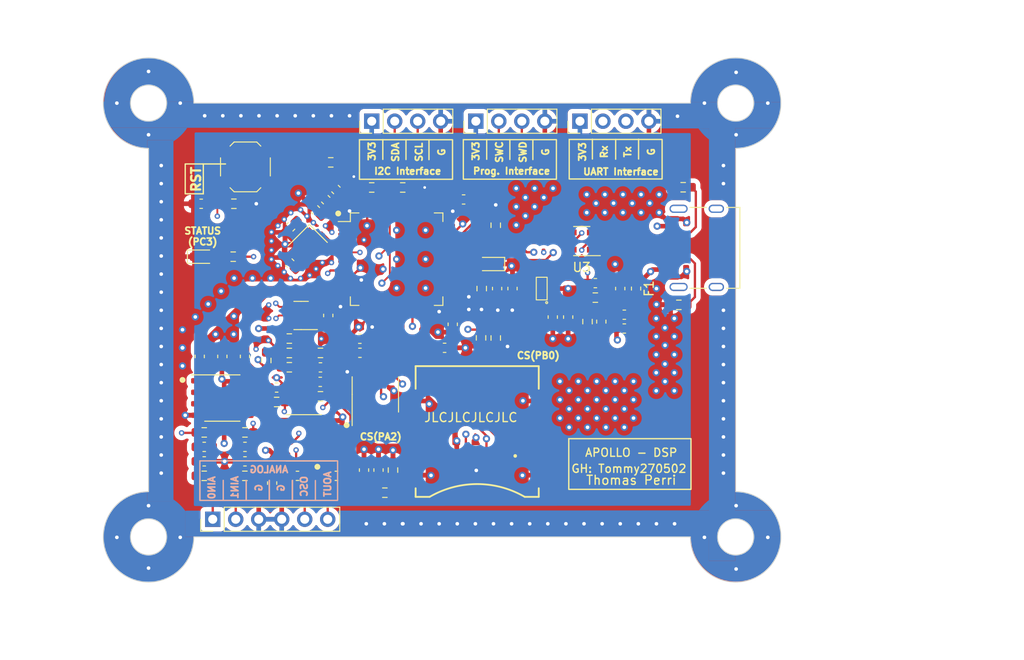
<source format=kicad_pcb>
(kicad_pcb (version 20221018) (generator pcbnew)
  (layers (0 "F.Cu" signal) (1 "In1.Cu" signal) (2 "In2.Cu" signal) (31 "B.Cu" signal) (34 "B.Paste" user) (35 "F.Paste" user) (36 "B.SilkS" user "B.Silkscreen") (37 "F.SilkS" user "F.Silkscreen") (38 "B.Mask" user) (39 "F.Mask" user) (44 "Edge.Cuts" user))
  (net 0 "")
  (net 1 "VBUS")
  (net 2 "GND")
  (net 3 "+5V")
  (net 4 "3.3V")
  (net 5 "VAA")
  (net 6 "X2")
  (net 7 "X1")
  (net 8 "NRST")
  (net 9 "Net-(U4-VCAP1)")
  (net 10 "SWCLK")
  (net 11 "SWDIO")
  (net 12 "Net-(D1-A)")
  (net 13 "Net-(D2-A)")
  (net 14 "Net-(J1-CC1)")
  (net 15 "USB_CONN_+")
  (net 16 "USB_CONN_-")
  (net 18 "Net-(J1-CC2)")
  (net 21 "MOSI")
  (net 22 "USB_D-")
  (net 23 "USB_D+")
  (net 27 "BOOT0")
  (net 30 "ADC_CH1_IN")
  (net 31 "ADC_CH0_IN")
  (net 32 "MISO")
  (net 33 "SD_nCS")
  (net 34 "SCK")
  (net 35 "Rx")
  (net 36 "Tx")
  (net 38 "/Analog/CH0_LPF")
  (net 39 "/Analog/CH1_+")
  (net 40 "/Analog/CH1_LPF")
  (net 41 "/Analog/CH0_+")
  (net 42 "/Analog/CH0_OP_OUT")
  (net 43 "/Analog/CH1_OP_OUT")
  (net 44 "/POW")
  (net 47 "BOOT1")
  (net 70 "RAM_nCS")
  (net 72 "DAC_OUT")
  (net 73 "SDA")
  (net 74 "SCL")
  (net 75 "AOUT")
  (net 76 "OSC")
  (net 77 "AIN0")
  (net 78 "AIN1")
  (net 83 "Net-(C31-Pad1)")
  (net 84 "Net-(U8A-+)")
  (net 85 "Net-(U8A--)")
  (net 86 "Net-(C40-Pad1)")
  (net 87 "Net-(U8B--)")
  (net 88 "Net-(U8B-+)")
  (net 89 "Net-(U4-PC3)")
  (net 90 "Net-(R16-Pad1)")
  (net 91 "+5VA")
  (net 92 "Net-(L1-Pad1)")
  (footprint "Resistor_SMD:R_0603_1608Metric_Pad0.98x0.95mm_HandSolder" (layer "F.Cu") (at 106 98.1 180)
    (fp_text reference "R11" hide)
    (fp_text value "1M")
  )
  (footprint "Resistor_SMD:R_0603_1608Metric_Pad0.98x0.95mm_HandSolder" (layer "F.Cu") (at 115.4 87.725)
    (fp_text reference "R21" hide)
    (fp_text value "5k1")
  )
  (footprint "Package_SO:SOIC-8_3.9x4.9mm_P1.27mm" (layer "F.Cu") (at 124.9 93.9 90)
    (fp_text reference "U5" hide)
    (fp_text value "23K256")
  )
  (footprint "Capacitor_SMD:C_0603_1608Metric_Pad1.08x0.95mm_HandSolder" (layer "F.Cu") (at 149.2 81.6)
    (fp_text reference "C2" hide)
    (fp_text value "10u")
  )
  (footprint "Inductor_SMD:L_0603_1608Metric_Pad1.05x0.95mm_HandSolder" (layer "F.Cu") (at 149.86 85.852 90)
    (fp_text reference "L1" hide)
    (fp_text value "8u8")
  )
  (footprint "Resistor_SMD:R_0603_1608Metric_Pad0.98x0.95mm_HandSolder" (layer "F.Cu") (at 110.5 98.1)
    (fp_text reference "R15" hide)
    (fp_text value "1M")
  )
  (footprint "Capacitor_SMD:C_0603_1608Metric_Pad1.08x0.95mm_HandSolder" (layer "F.Cu") (at 151.95 82.2 90)
    (fp_text reference "C1" hide)
    (fp_text value "10u")
  )
  (footprint "Capacitor_SMD:C_0603_1608Metric_Pad1.08x0.95mm_HandSolder" (layer "F.Cu") (at 120.6 102.9 180)
    (fp_text reference "C34" hide)
    (fp_text value "100n")
  )
  (footprint "Capacitor_SMD:C_0603_1608Metric_Pad1.08x0.95mm_HandSolder" (layer "F.Cu") (at 115.437916 79.377033 135)
    (fp_text reference "C25" hide)
    (fp_text value "10p")
  )
  (footprint "Capacitor_SMD:C_0603_1608Metric_Pad1.08x0.95mm_HandSolder" (layer "F.Cu") (at 106 101.3 180)
    (fp_text reference "C33" hide)
    (fp_text value "1n")
  )
  (footprint "Fuse:Fuse_0603_1608Metric_Pad1.05x0.95mm_HandSolder" (layer "F.Cu") (at 153.7 82.2 -90)
    (fp_text reference "F1")
    (fp_text value "500mA")
  )
  (footprint "Resistor_SMD:R_0603_1608Metric_Pad0.98x0.95mm_HandSolder" (layer "F.Cu") (at 115.4 90.9)
    (fp_text reference "R16" hide)
    (fp_text value "5k1")
  )
  (footprint "Capacitor_SMD:C_0603_1608Metric_Pad1.08x0.95mm_HandSolder" (layer "F.Cu") (at 123.65 102.2625 90)
    (fp_text reference "C14" hide)
    (fp_text value "10u")
  )
  (footprint "SnapEda:GCT_MEM2067-02-180-00-A_REVB" (layer "F.Cu") (at 136.15 98)
    (fp_text reference "J4" hide)
    (fp_text value "MEM2067-02-180-00-A_REVB")
  )
  (footprint "Resistor_SMD:R_0603_1608Metric_Pad0.98x0.95mm_HandSolder" (layer "F.Cu") (at 149.2 83.2 180)
    (fp_text reference "FB1" hide)
    (fp_text value "100R@100MHz")
  )
  (footprint "Resistor_SMD:R_0603_1608Metric_Pad0.98x0.95mm_HandSolder" (layer "F.Cu") (at 112.85 90.15 90)
    (fp_text reference "R20" hide)
    (fp_text value "160R")
  )
  (footprint "Resistor_SMD:R_0603_1608Metric_Pad0.98x0.95mm_HandSolder" (layer "F.Cu") (at 136.65 82.2 -90)
    (fp_text reference "R1" hide)
    (fp_text value "1k")
  )
  (footprint "Capacitor_SMD:C_0603_1608Metric_Pad1.08x0.95mm_HandSolder" (layer "F.Cu") (at 144.5 85.35 -90)
    (fp_text reference "C3" hide)
    (fp_text value "10u")
  )
  (footprint "Capacitor_SMD:C_0603_1608Metric_Pad1.08x0.95mm_HandSolder" (layer "F.Cu") (at 110.5 101.3)
    (fp_text reference "C38" hide)
    (fp_text value "1n")
  )
  (footprint "NCP115ASN330T2G:NCP115ASN330T2G" (layer "F.Cu") (at 143.275 82.2 180)
    (fp_text reference "U1" hide)
    (fp_text value "NCP115ASN330T2G")
  )
  (footprint "Resistor_SMD:R_0603_1608Metric_Pad0.98x0.95mm_HandSolder" (layer "F.Cu") (at 118.8375 94.1125)
    (fp_text reference "R12" hide)
    (fp_text value "1M")
  )
  (footprint "Capacitor_SMD:C_0603_1608Metric_Pad1.08x0.95mm_HandSolder" (layer "F.Cu") (at 106 99.7)
    (fp_text reference "C30" hide)
    (fp_text value "100n")
  )
  (footprint "Resistor_SMD:R_0603_1608Metric_Pad0.98x0.95mm_HandSolder" (layer "F.Cu") (at 110.4875 102.9 180)
    (fp_text reference "R17" hide)
    (fp_text value "160R")
  )
  (footprint "Package_QFP:LQFP-64_10x10mm_P0.5mm" (layer "F.Cu") (at 127.25 78.95)
    (fp_text reference "U4" hide)
    (fp_text value "STM32F401RBTx")
  )
  (footprint "Resistor_SMD:R_0603_1608Metric_Pad0.98x0.95mm_HandSolder" (layer "F.Cu") (at 109.275 72.825 180)
    (fp_text reference "R6" hide)
    (fp_text value "10k")
  )
  (footprint "Capacitor_SMD:C_0603_1608Metric_Pad1.08x0.95mm_HandSolder" (layer "F.Cu") (at 116.3 102.9)
    (fp_text reference "C40" hide)
    (fp_text value "100n")
  )
  (footprint "Capacitor_SMD:C_0603_1608Metric_Pad1.08x0.95mm_HandSolder" (layer "F.Cu") (at 125.25 102.2625 90)
    (fp_text reference "C13" hide)
    (fp_text value "10u")
  )
  (footprint "Capacitor_SMD:C_0603_1608Metric_Pad1.08x0.95mm_HandSolder" (layer "F.Cu") (at 115.537916 75.377033 -135)
    (fp_text reference "C24" hide)
    (fp_text value "10p")
  )
  (footprint "Resistor_SMD:R_0603_1608Metric_Pad0.98x0.95mm_HandSolder" (layer "F.Cu") (at 115.4 89.32 180)
    (fp_text reference "R18" hide)
    (fp_text value "5k1")
  )
  (footprint "Capacitor_SMD:C_0603_1608Metric_Pad1.08x0.95mm_HandSolder" (layer "F.Cu") (at 133.45 86.15 -90)
    (fp_text reference "C15" hide)
    (fp_text value "100n")
  )
  (footprint "Capacitor_SMD:C_0603_1608Metric_Pad1.08x0.95mm_HandSolder" (layer "F.Cu") (at 119.7 85.175 90)
    (fp_text reference "C29" hide)
    (fp_text value "100n")
  )
  (footprint "Connector_USB:USB_C_Receptacle_Palconn_UTC16-G" (layer "F.Cu") (at 160.325 77.7 90)
    (fp_text reference "J1" hide)
    (fp_text value "USB_C_Receptacle_USB2.0")
  )
  (footprint "Button_Switch_SMD:SW_SPST_TL3342" (layer "F.Cu") (at 110.55 68.75)
    (fp_text reference "RESET1" hide)
    (fp_text value "RST")
  )
  (footprint "Capacitor_SMD:C_0603_1608Metric_Pad1.08x0.95mm_HandSolder" (layer "F.Cu") (at 118.275 73.5 135)
    (fp_text reference "C18" hide)
    (fp_text value "100n")
  )
  (footprint "Capacitor_SMD:C_0603_1608Metric_Pad1.08x0.95mm_HandSolder" (layer "F.Cu") (at 119.425 72.375 135)
    (fp_text reference "C20" hide)
    (fp_text value "10u")
  )
  (footprint "Resistor_SMD:R_0603_1608Metric_Pad0.98x0.95mm_HandSolder" (layer "F.Cu") (at 136.575 87.65 -90)
    (fp_text reference "R22" hide)
    (fp_text value "10k")
  )
  (footprint "Connector_PinHeader_2.54mm:PinHeader_1x04_P2.54mm_Vertical" (layer "F.Cu") (at 147.5 63.7 90)
    (fp_text reference "J3" hide)
    (fp_text value "Conn_01x04")
  )
  (footprint "Capacitor_SMD:C_0603_1608Metric_Pad1.08x0.95mm_HandSolder" (layer "F.Cu") (at 123.2 89.3 180)
    (fp_text reference "C26" hide)
    (fp_text value "100n")
  )
  (footprint "Resistor_SMD:R_0603_1608Metric_Pad0.98x0.95mm_HandSolder" (layer "F.Cu") (at 124.5 71.025 180)
    (fp_text reference "R10" hide)
    (fp_text value "5k1")
  )
  (footprint "Resistor_SMD:R_0603_1608Metric_Pad0.98x0.95mm_HandSolder" (layer "F.Cu") (at 126.85 102.2625 90)
    (fp_text reference "R5" hide)
    (fp_text value "5k1")
  )
  (footprint "Resistor_SMD:R_0603_1608Metric_Pad0.98x0.95mm_HandSolder" (layer "F.Cu") (at 109.200001 78.675 180)
    (fp_text reference "R8" hide)
    (fp_text value "1k")
  )
  (footprint "Resistor_SMD:R_0603_1608Metric_Pad0.98x0.95mm_HandSolder" (layer "F.Cu") (at 138.2 75.2 -90)
    (fp_text reference "R13" hide)
    (fp_text value "1.5k")
  )
  (footprint "Resistor_SMD:R_0603_1608Metric_Pad0.98x0.95mm_HandSolder" (layer "F.Cu") (at 148.336 85.852 -90)
    (fp_text reference "R24" hide)
    (fp_text value "10R")
  )
  (footprint "Capacitor_SMD:C_0603_1608Metric_Pad1.08x0.95mm_HandSolder" (layer "F.Cu") (at 146.2 85.35 -90)
    (fp_text reference "C4" hide)
    (fp_text value "100n")
  )
  (footprint "Package_SO:SOIC-8_3.9x4.9mm_P1.27mm" (layer "F.Cu") (at 108 94.3)
    (fp_text reference "U7" hide)
    (fp_text value "MCP602")
  )
  (footprint "Capacitor_SMD:C_0603_1608Metric_Pad1.08x0.95mm_HandSolder" (layer "F.Cu") (at 118.8375 90.9125)
    (fp_text reference "C35" hide)
    (fp_text value "1n")
  )
  (footprint "Package_TO_SOT_SMD:SOT-23-6_Handsoldering" (layer "F.Cu") (at 147.7 76.95 180)
    (fp_text reference "U3")
    (fp_text value "USBLC6-2SC6")
  )
  (footprint "Capacitor_SMD:C_0603_1608Metric_Pad1.08x0.95mm_HandSolder" (layer "F.Cu") (at 114 93.14 180)
    (fp_text reference "C41" hide)
    (fp_text value "100n")
  )
  (footprint "Connector_PinHeader_2.54mm:PinHeader_1x06_P2.54mm_Vertical" (layer "F.Cu") (at 106.94 107.7 90)
    (fp_text reference "J5" hide)
    (fp_text value "Conn_01x06")
  )
  (footprint "Crystal:Crystal_SMD_2520-4Pin_2.5x2.0mm" (layer "F.Cu") (at 117.437916 77.277033 -135)
    (fp_text reference "Y1" hide)
    (fp_text value "16MHz")
  )
  (footprint "Capacitor_SMD:C_0603_1608Metric_Pad1.08x0.95mm_HandSolder" (layer "F.Cu") (at 123.1875 87.75 180)
    (fp_text reference "C16" hide)
    (fp_text value "100n")
  )
  (footprint "Resistor_SMD:R_0603_1608Metric_Pad0.98x0.95mm_HandSolder" (layer "F.Cu") (at 118.8375 89.3125 180)
    (fp_text reference "R14" hide)
    (fp_text value "160R")
  )
  (footprint "Capacitor_SMD:C_0603_1608Metric_Pad1.08x0.95mm_HandSolder" (layer "F.Cu") (at 110.5 99.7 180)
    (fp_text reference "C36" hide)
    (fp_text value "100n")
  )
  (footprint "Resistor_SMD:R_0603_1608Metric_Pad0.98x0.95mm_HandSolder" (layer "F.Cu") (at 158.9 71 180)
    (fp_text reference "R3" hide)
    (fp_text value "5.1k")
  )
  (footprint "Resistor_SMD:R_0603_1608Metric_Pad0.98x0.95mm_HandSolder" (layer "F.Cu") (at 158.425 84 180)
    (fp_text reference "R2" hide)
    (fp_text value "5.1k")
  )
  (footprint "Resistor_SMD:R_0603_1608Metric_Pad0.98x0.95mm_HandSolder" (layer "F.Cu") (at 138.2 87.6625 90)
    (fp_text reference "R23" hide)
    (fp_text value "10k")
  )
  (footprint "Capacitor_SMD:C_0603_1608Metric_Pad1.08x0.95mm_HandSolder" (layer "F.Cu") (at 110.5 89.7 90)
    (fp_text reference "C37" hide)
    (fp_text value "100n")
  )
  (footprint "Resistor_SMD:R_0603_1608Metric_Pad0.98x0.95mm_HandSolder" (layer "F.Cu") (at 125.95 104.7625)
    (fp_text reference "R4" hide)
    (fp_text value "5k1")
  )
  (footprint "Capacitor_SMD:C_0603_1608Metric_Pad1.08x0.95mm_HandSolder" (layer "F.Cu") (at 132.55 88.75)
    (fp_text reference "C23" hide)
    (fp_text value "10u")
  )
  (footprint "Resistor_SMD:R_0603_1608Metric_Pad0.98x0.95mm_HandSolder" (layer "F.Cu") (at 127.925 71.025)
    (fp_text reference "R9" hide)
    (fp_text value "5k1")
  )
  (footprint "Capacitor_SMD:C_0603_1608Metric_Pad1.08x0.95mm_HandSolder" (layer "F.Cu") (at 140.05 82.2 90)
    (fp_text reference "C5" hide)
    (fp_text value "10u")
  )
  (footprint "Capacitor_SMD:C_0603_1608Metric_Pad1.08x0.95mm_HandSolder" (layer "F.Cu") (at 105.5 89.7 90)
    (fp_text reference "C32" hide)
    (fp_text value "100n")
  )
  (footprint "Package_TO_SOT_SMD:SOT-23-6" (layer "F.Cu") (at 116.7 85.175 180)
    (fp_text reference "U6" hide)
    (fp_text value "MCP4725xxx-xCH")
  )
  (footprint "Package_SO:SOIC-8_3.9x4.9mm_P1.27mm" (layer "F.Cu") (at 117 98.7 180)
    (fp_text reference "U8" hide)
    (fp_text value "MCP602")
  )
  (footprint "Resistor_SMD:R_0603_1608Metric_Pad0.98x0.95mm_HandSolder" (layer "F.Cu") (at 114 94.74 180)
    (fp_text reference "R19" hide)
    (fp_text value "5k1")
  )
  (footprint "Capacitor_SMD:C_0603_1608Metric_Pad1.08x0.95mm_HandSolder" (layer "F.Cu") (at 152.4 85.09)
    (fp_text reference "C7" hide)
    (fp_text value "220u")
  )
  (footprint "Capacitor_SMD:C_0603_1608Metric_Pad1.08x0.95mm_HandSolder" (layer "F.Cu") (at 120.55 71.25 135)
    (fp_text reference "C19" hide)
    (fp_text value "100n")
  )
  (footprint "Capacitor_SMD:C_0603_1608Metric_Pad1.08x0.95mm_HandSolder" (layer "F.Cu") (at 113.5 103.7 90)
    (fp_text reference "C39" hide)
    (fp_text value "100n")
  )
  (footprint "LED_SMD:LED_0603_1608Metric_Pad1.05x0.95mm_HandSolder" (layer "F.Cu") (at 137.525 79.4875 180)
    (fp_text reference "D1" hide)
    (fp_text value "Red")
  )
  (footprint "Resistor_SMD:R_0603_1608Metric_Pad0.98x0.95mm_HandSolder" (layer "F.Cu") (at 106 102.9)
    (fp_text reference "R13" hide)
    (fp_text value "160R")
  )
  (footprint "Resistor_SMD:R_0603_1608Metric_Pad0.98x0.95mm_HandSolder" (layer "F.Cu") (at 119.975 68.25 180)
    (fp_text reference "R7" hide)
    (fp_text value "10k")
  )
  (footprint "LED_SMD:LED_0603_1608Metric_Pad1.05x0.95mm_HandSolder" (layer "F.Cu") (at 105.800001 78.675)
    (fp_text reference "D2" hide)
    (fp_text value "Green")
  )
  (footprint "Capacitor_SMD:C_0603_1608Metric_Pad1.08x0.95mm_HandSolder" (layer "F.Cu") (at 152.4 86.614)
    (fp_text reference "C8" hide)
    (fp_text value "10u")
  )
  (footprint "Connector_PinHeader_2.54mm:PinHeader_1x04_P2.54mm_Vertical" (layer "F.Cu") (at 124.5 63.7 90)
    (fp_text reference "J6" hide)
    (fp_text value "Conn_01x04")
  )
  (footprint "Connector_PinHeader_2.54mm:PinHeader_1x04_P2.54mm_Vertical" (layer "F.Cu") (at 136 63.7 90)
    (fp_text reference "J2" hide)
    (fp_text value "Conn_01x04")
  )
  (footprint "Capacitor_SMD:C_0603_1608Metric_Pad1.08x0.95mm_HandSolder" (layer "F.Cu") (at 105.662499 72.825 180)
    (fp_text reference "C21" hide)
    (fp_text value "100n")
  )
  (footprint "Capacitor_SMD:C_0603_1608Metric_Pad1.08x0.95mm_HandSolder" (layer "F.Cu") (at 134.65 72.35)
    (fp_text reference "C17" hide)
    (fp_text value "100n")
  )
  (footprint "Capacitor_SMD:C_0603_1608Metric_Pad1.08x0.95mm_HandSolder" (layer "F.Cu") (at 118.814077 92.5125 180)
    (fp_text reference "C31" hide)
    (fp_text value "100n")
  )
  (footprint "Capacitor_SMD:C_0603_1608Metric_Pad1.08x0.95mm_HandSolder" (layer "F.Cu") (at 138.35 82.2 90)
    (fp_text reference "C6" hide)
    (fp_text value "100n")
  )
  (footprint "Capacitor_SMD:C_0603_1608Metric_Pad1.08x0.95mm_HandSolder" (layer "F.Cu") (at 108 89.7 -90)
    (fp_text reference "C42" hide)
    (fp_text value "100n")
  )
  (gr_line (start 108.1 103.4) (end 108.1 105.585) (stroke (width 0.15)) (layer "B.SilkS"))
  (gr_line (start 110.63 103.4225) (end 110.63 105.6075) (stroke (width 0.15)) (layer "B.SilkS"))
  (gr_line (start 115.73 103.4225) (end 115.73 105.6075) (stroke (width 0.15)) (layer "B.SilkS"))
  (gr_line (start 118.28 103.4225) (end 118.28 105.6075) (stroke (width 0.15)) (layer "B.SilkS"))
  (gr_line (start 110.63 103.4225) (end 110.63 105.6075) (stroke (width 0.15)) (layer "B.SilkS"))
  (gr_line (start 105.53 103.4225) (end 105.53 105.6075) (stroke (width 0.15)) (layer "B.SilkS"))
  (gr_rect (start 105.52 101.245) (end 120.73 105.615) (stroke (width 0.15)) (fill none) (layer "B.SilkS"))
  (gr_line (start 113.18 103.4225) (end 113.18 105.6075) (stroke (width 0.15)) (layer "B.SilkS"))
  (gr_line (start 115.75 103.4) (end 115.75 105.585) (stroke (width 0.15)) (layer "B.SilkS"))
  (gr_line (start 113.2 103.4) (end 113.2 105.585) (stroke (width 0.15)) (layer "B.SilkS"))
  (gr_line (start 105.850001 68.425) (end 108.349999 68.425) (stroke (width 0.15)) (layer "F.SilkS"))
  (gr_circle (center 118.5 101.9) (end 118.75 101.9) (stroke (width 0.15)) (fill solid) (layer "F.SilkS"))
  (gr_circle (center 121.725 97.3) (end 121.975 97.3) (stroke (width 0.15)) (fill solid) (layer "F.SilkS"))
  (gr_line (start 142.29964 65.753951) (end 142.29964 67.938951) (stroke (width 0.15)) (layer "F.SilkS"))
  (gr_rect (start 146.315 65.715) (end 156.575 70.085) (stroke (width 0.15)) (fill none) (layer "F.SilkS"))
  (gr_line (start 125.725 65.735) (end 125.725 67.92) (stroke (width 0.15)) (layer "F.SilkS"))
  (gr_circle (center 120.8 73.9) (end 121.05 73.9) (stroke (width 0.15)) (fill solid) (layer "F.SilkS"))
  (gr_line (start 148.875 65.6925) (end 148.875 67.8775) (stroke (width 0.15)) (layer "F.SilkS"))
  (gr_line (start 153.975 65.6925) (end 153.975 67.8775) (stroke (width 0.15)) (layer "F.SilkS"))
  (gr_line (start 128.285 65.75) (end 128.285 67.935) (stroke (width 0.15)) (layer "F.SilkS"))
  (gr_line (start 137.2 65.725) (end 137.2 67.91) (stroke (width 0.15)) (layer "F.SilkS"))
  (gr_rect (start 134.62 65.74) (end 144.9 70.11) (stroke (width 0.15)) (fill none) (layer "F.SilkS"))
  (gr_line (start 151.445 65.715) (end 151.445 67.9) (stroke (width 0.15)) (layer "F.SilkS"))
  (gr_poly (pts (xy 103.9 71.725) (xy 103.9 68.425) (xy 105.9 68.425) (xy 105.9 71.725)) (stroke (width 0.15)) (fill none) (layer "F.SilkS"))
  (gr_line (start 130.82464 65.763951) (end 130.82464 67.948951) (stroke (width 0.15)) (layer "F.SilkS"))
  (gr_circle (center 103.6 92.3) (end 103.85 92.3) (stroke (width 0.15)) (fill solid) (layer "F.SilkS"))
  (gr_line (start 139.76 65.74) (end 139.76 67.925) (stroke (width 0.15)) (layer "F.SilkS"))
  (gr_rect (start 123.145 65.75) (end 133.425 70.12) (stroke (width 0.15)) (fill none) (layer "F.SilkS"))
  (gr_rect (start 146.266 98.794) (end 159.766 104.394) (stroke (width 0.15)) (fill none) (layer "F.SilkS"))
  (gr_circle (center 164.7 61.7) (end 162.7 61.7) (stroke (width 0.1)) (fill none) (layer "Edge.Cuts"))
  (gr_line (start 164.7 104.65) (end 164.7 66.7) (stroke (width 0.1)) (layer "Edge.Cuts"))
  (gr_circle (center 99.85 109.65) (end 101.85 109.65) (stroke (width 0.1)) (fill none) (layer "Edge.Cuts"))
  (gr_line (start 99.85 104.65) (end 99.85 66.7) (stroke (width 0.1)) (layer "Edge.Cuts"))
  (gr_circle (center 99.85 61.7) (end 99.85 63.7) (stroke (width 0.1)) (fill none) (layer "Edge.Cuts"))
  (gr_arc (start 159.7 61.7) (mid 168.235534 58.164466) (end 164.7 66.7) (stroke (width 0.1)) (layer "Edge.Cuts"))
  (gr_arc (start 99.85 66.7) (mid 96.314466 58.164466) (end 104.85 61.7) (stroke (width 0.1)) (layer "Edge.Cuts"))
  (gr_arc (start 104.85 109.65) (mid 96.314466 113.185534) (end 99.85 104.65) (stroke (width 0.1)) (layer "Edge.Cuts"))
  (gr_line (start 104.85 61.7) (end 159.7 61.7) (stroke (width 0.1)) (layer "Edge.Cuts"))
  (gr_arc (start 164.7 104.65) (mid 168.235534 113.185534) (end 159.7 109.65) (stroke (width 0.1)) (layer "Edge.Cuts"))
  (gr_line (start 104.85 109.65) (end 159.7 109.65) (stroke (width 0.1)) (layer "Edge.Cuts"))
  (gr_circle (center 164.7 109.65) (end 164.7 107.65) (stroke (width 0.1)) (fill none) (layer "Edge.Cuts"))
  (gr_text "G" (at 112.03 104.215 90) (layer "B.SilkS") (effects (font (size 0.75 0.75) (thickness 0.1875)) (justify mirror)))
  (gr_text "OSC" (at 117.03 104.065 90) (layer "B.SilkS") (effects (font (size 0.75 0.75) (thickness 0.1875)) (justify mirror)))
  (gr_text "AIN1" (at 109.38 104.185 90) (layer "B.SilkS") (effects (font (size 0.75 0.75) (thickness 0.1875)) (justify mirror)))
  (gr_text "AOUT" (at 119.63 103.815 90) (layer "B.SilkS") (effects (font (size 0.75 0.75) (thickness 0.1875)) (justify mirror)))
  (gr_text "AIN0" (at 106.83 104.215 90) (layer "B.SilkS") (effects (font (size 0.75 0.75) (thickness 0.1875)) (justify mirror)))
  (gr_text "ANALOG" (at 113.15 102.2) (layer "B.SilkS") (effects (font (size 0.75 0.75) (thickness 0.1875)) (justify mirror)))
  (gr_text "G" (at 114.48 104.235 90) (layer "B.SilkS") (effects (font (size 0.75 0.75) (thickness 0.1875)) (justify mirror)))
  (gr_text "I2C Interface" (at 128.475 69.22) (layer "F.SilkS") (effects (font (size 0.75 0.75) (thickness 0.1875))))
  (gr_text "Tx\n" (at 152.775 67.085 90) (layer "F.SilkS") (effects (font (size 0.75 0.75) (thickness 0.1875))))
  (gr_text "G" (at 132.225 67.12 90) (layer "F.SilkS") (effects (font (size 0.75 0.75) (thickness 0.1875))))
  (gr_text "SCL" (at 129.725 67.12 90) (layer "F.SilkS") (effects (font (size 0.75 0.75) (thickness 0.1875))))
  (gr_text "UART Interface" (at 152.025 69.285) (layer "F.SilkS") (effects (font (size 0.75 0.75) (thickness 0.1875))))
  (gr_text "SWC" (at 138.6 67.11 90) (layer "F.SilkS") (effects (font (size 0.75 0.75) (thickness 0.1875))))
  (gr_text "G" (at 155.375 67.085 90) (layer "F.SilkS") (effects (font (size 0.75 0.75) (thickness 0.1875))))
  (gr_text "3V3" (at 124.525 67.02 90) (layer "F.SilkS") (effects (font (size 0.75 0.75) (thickness 0.1875))))
  (gr_text "GH: Tommy270502" (at 152.908 102.108) (layer "F.SilkS") (effects (font (size 0.9 0.9))))
  (gr_text "3V3" (at 136 67.01 90) (layer "F.SilkS") (effects (font (size 0.75 0.75) (thickness 0.1875))))
  (gr_text "RST" (at 105.1 70.125 90) (layer "F.SilkS") (effects (font (size 1 1) (thickness 0.25))))
  (gr_text "JLCJLCJLCJLC" (at 135.45 96.45) (layer "F.SilkS") (effects (font (size 1 1))))
  (gr_text "Thomas Perri" (at 153.162 103.378) (layer "F.SilkS") (effects (font (size 1 1))))
  (gr_text "CS(PA2)" (at 125.5 98.575) (layer "F.SilkS") (effects (font (size 0.75 0.75) (thickness 0.1875))))
  (gr_text "3V3" (at 147.775 67.085 90) (layer "F.SilkS") (effects (font (size 0.75 0.75) (thickness 0.1875))))
  (gr_text "SDA" (at 127.125 67.12 90) (layer "F.SilkS") (effects (font (size 0.75 0.75) (thickness 0.1875))))
  (gr_text "SWD" (at 141.2 67.11 90) (layer "F.SilkS") (effects (font (size 0.75 0.75) (thickness 0.1875))))
  (gr_text "G" (at 143.7 67.11 90) (layer "F.SilkS") (effects (font (size 0.75 0.75) (thickness 0.1875))))
  (gr_text "STATUS\n(PC3)" (at 105.825 76.425) (layer "F.SilkS") (effects (font (size 0.75 0.75) (thickness 0.1875))))
  (gr_text "CS(PB0)" (at 142.9 89.6) (layer "F.SilkS") (effects (font (size 0.75 0.75) (thickness 0.1875))))
  (gr_text "APOLLO - DSP" (at 153.162 100.33) (layer "F.SilkS") (effects (font (size 0.9 0.9))))
  (gr_text "Prog. Interface" (at 139.95 69.21) (layer "F.SilkS") (effects (font (size 0.75 0.75) (thickness 0.1875))))
  (gr_text "Rx" (at 150.175 67.085 90) (layer "F.SilkS") (effects (font (size 0.75 0.75) (thickness 0.1875))))
  (segment (start 151.95 83.0625) (end 153.65 83.0625) (width 0.508) (layer "F.Cu") (net 1))
  (segment (start 151.95 83.0625) (end 150.25 83.0625) (width 0.508) (layer "F.Cu") (net 1))
  (segment (start 147.7 77.816745) (end 147.7 77.95) (width 0.254) (layer "F.Cu") (net 2))
  (segment (start 155.925 87.500001) (end 157.925001 85.5) (width 0.508) (layer "F.Cu") (net 2))
  (segment (start 148.25 73.8) (end 150.25 71.8) (width 0.508) (layer "F.Cu") (net 2))
  (segment (start 140.05 81.3375) (end 138.35 81.3375) (width 0.508) (layer "F.Cu") (net 2))
  (segment (start 122.325 87.75) (end 122.325 89.2875) (width 0.508) (layer "F.Cu") (net 2))
  (segment (start 119.94012 70.64012) (end 118.81512 71.76512) (width 0.508) (layer "F.Cu") (net 2))
  (segment (start 157.815 80.9) (end 156.5 80.9) (width 0.508) (layer "F.Cu") (net 2))
  (segment (start 114.8625 92.9125) (end 114 92.05) (width 0.25) (layer "F.Cu") (net 2))
  (segment (start 157.925 91.5) (end 157.925 93.5) (width 0.508) (layer "F.Cu") (net 2))
  (segment (start 155.95 83.95) (end 157.4625 83.95) (width 0.508) (layer "F.Cu") (net 2))
  (segment (start 157.815 80.9) (end 158.7 80.9) (width 0.508) (layer "F.Cu") (net 2))
  (segment (start 133.45 87.0125) (end 131.8125 87.0125) (width 0.508) (layer "F.Cu") (net 2))
  (segment (start 154.25 73.8) (end 152.25 73.8) (width 0.508) (layer "F.Cu") (net 2))
  (segment (start 130.525 94.625) (end 130.85 94.95) (width 0.508) (layer "F.Cu") (net 2))
  (segment (start 154.25 73.3) (end 154.25 72.05) (width 0.508) (layer "F.Cu") (net 2))
  (segment (start 126.805 93.645) (end 126.805 96.375) (width 0.508) (layer "F.Cu") (net 2))
  (segment (start 156.175 91.5) (end 155.925 91.5) (width 0.508) (layer "F.Cu") (net 2))
  (segment (start 123.1 86.45) (end 124 85.55) (width 0.254) (layer "F.Cu") (net 2))
  (segment (start 150.25 72.05) (end 150.25 71.8) (width 0.508) (layer "F.Cu") (net 2))
  (segment (start 155.925 91.5) (end 157.925 89.500001) (width 0.508) (layer "F.Cu") (net 2))
  (segment (start 144.5 86.2125) (end 144.5 87.75) (width 0.508) (layer "F.Cu") (net 2))
  (segment (start 129.205 94.625) (end 130.525 94.625) (width 0.508) (layer "F.Cu") (net 2))
  (segment (start 155.95 83.95) (end 155.95 85.475) (width 0.508) (layer "F.Cu") (net 2))
  (segment (start 150.25 71.8) (end 148.25 71.8) (width 0.508) (layer "F.Cu") (net 2))
  (segment (start 157.425 91.5) (end 157.925 91.5) (width 0.508) (layer "F.Cu") (net 2))
  (segment (start 156.25 71.8) (end 154.25 71.8) (width 0.508) (layer "F.Cu") (net 2))
  (segment (start 138.4 79.4875) (end 138.4 81.2875) (width 0.508) (layer "F.Cu") (net 2))
  (segment (start 113.088445 87.929055) (end 113.096555 87.929055) (width 0.254) (layer "F.Cu") (net 2))
  (segment (start 158.7 80.9) (end 159.3 80.3) (width 0.508) (layer "F.Cu") (net 2))
  (segment (start 132.925 75.7) (end 130.5 75.7) (width 0.25) (layer "F.Cu") (net 2))
  (segment (start 146.2 86.2125) (end 144.5 86.2125) (width 0.508) (layer "F.Cu") (net 2))
  (segment (start 123.05 86.45) (end 123.1 86.45) (width 0.254) (layer "F.Cu") (net 2))
  (segment (start 150.25 73.3) (end 150.25 72.05) (width 0.508) (layer "F.Cu") (net 2))
  (segment (start 157.925 93.5) (end 155.925 93.5) (width 0.508) (layer "F.Cu") (net 2))
  (segment (start 157.815 74.5) (end 158.9 74.5) (width 0.508) (layer "F.Cu") (net 2))
  (segment (start 141.225 94.625) (end 141.2 94.6) (width 0.508) (layer "F.Cu") (net 2))
  (segment (start 114.957847 78.767153) (end 116.324223 77.400777) (width 0.508) (layer "F.Cu") (net 2))
  (segment (start 133.4125 88.75) (end 133.4125 87.05) (width 0.508) (layer "F.Cu") (net 2))
  (segment (start 154.25 71.8) (end 156.25 73.8) (width 0.508) (layer "F.Cu") (net 2))
  (segment (start 158.9 74.5) (end 159.297536 74.897536) (width 0.508) (layer "F.Cu") (net 2))
  (segment (start 135.0375 88.5625) (end 134.85 88.75) (width 0.508) (layer "F.Cu") (net 2))
  (segment (start 135.5125 74.0875) (end 135.5125 72.35) (width 0.508) (layer "F.Cu") (net 2))
  (segment (start 156.175 87.5) (end 155.925 87.500001) (width 0.508) (layer "F.Cu") (net 2))
  (segment (start 121.575 80.7) (end 122.45 80.7) (width 0.25) (layer "F.Cu") (net 2))
  (segment (start 146.2 86.2125) (end 146.2 87.75) (width 0.508) (layer "F.Cu") (net 2))
  (segment (start 150.25 71.8) (end 152.25 73.8) (width 0.508) (layer "F.Cu") (net 2))
  (segment (start 155.95 85.475) (end 155.925 85.5) (width 0.508) (layer "F.Cu") (net 2))
  (segment (start 157.925001 85.5) (end 155.925 85.5) (width 0.508) (layer "F.Cu") (net 2))
  (segment (start 134.55 75.05) (end 135.5125 74.0875) (width 0.508) (layer "F.Cu") (net 2))
  (segment (start 123.65 101.4) (end 123.65 99.9625) (width 0.508) (layer "F.Cu") (net 2))
  (segment (start 155.925 91.5) (end 155.925 93.5) (width 0.508) (layer "F.Cu") (net 2))
  (segment (start 152.25 71.8) (end 150.25 71.8) (width 0.508) (layer "F.Cu") (net 2))
  (segment (start 152.25 71.8) (end 154.25 73.8) (width 0.508) (layer "F.Cu") (net 2))
  (segment (start 125.25 101.4) (end 126.8 101.4) (width 0.508) (layer "F.Cu") (net 2))
  (segment (start 151.6875 81.6) (end 151.95 81.3375) (width 0.508) (layer "F.Cu") (net 2))
  (segment (start 113.096555 87.929055) (end 114.4875 89.32) (width 0.254) (layer "F.Cu") (net 2))
  (segment (start 119.7 86.0375) (end 118.8375 85.175) (width 0.508) (layer "F.Cu") (net 2))
  (segment (start 157.925 89.500001) (end 155.925 87.500001) (width 0.508) (layer "F.Cu") (net 2))
  (segment (start 140.05 79.8) (end 139.95 79.7) (width 0.508) (layer "F.Cu") (net 2))
  (segment (start 154.25 71.8) (end 152.25 71.8) (width 0.508) (layer "F.Cu") (net 2))
  (segment (start 114.928036 77.286913) (end 116.210359 77.286913) (width 0.508) (layer "F.Cu") (net 2))
  (segment (start 129.205 102.825) (end 131.025 102.825) (width 0.508) (layer "F.Cu") (net 2))
  (segment (start 122.45 80.7) (end 123.25 79.9) (width 0.25) (layer "F.Cu") (net 2))
  (segment (start 118.875 87.8105) (end 118.9355 87.75) (width 0.254) (layer "F.Cu") (net 2))
  (segment (start 150.25 73.8) (end 152.25 71.8) (width 0.508) (layer "F.Cu") (net 2))
  (segment (start 150.25 73.8) (end 152.25 73.8) (width 0.508) (layer "F.Cu") (net 2))
  (segment (start 118.8375 85.175) (end 117.8375 85.175) (width 0.508) (layer "F.Cu") (net 2))
  (segment (start 133.9 99.0265) (end 133.9 100.6) (width 0.508) (layer "F.Cu") (net 2))
  (segment (start 126.85 101.35) (end 126.85 100.0625) (width 0.508) (layer "F.Cu") (net 2))
  (segment (start 143.095 94.625) (end 141.225 94.625) (width 0.508) (layer "F.Cu") (net 2))
  (segment (start 130.5 75.7) (end 130.45 75.75) (width 0.25) (layer "F.Cu") (net 2))
  (segment (start 118.875 90.0125) (end 118.875 87.8105) (width 0.254) (layer "F.Cu") (net 2))
  (segment (start 155.925 89.5) (end 157.925 87.5) (width 0.508) (layer "F.Cu") (net 2))
  (segment (start 156.95 74.5) (end 157.815 74.5) (width 0.508) (layer "F.Cu") (net 2))
  (segment (start 122.325 87.75) (end 122.325 87.175) (width 0.508) (layer "F.Cu") (net 2))
  (segment (start 150.25 73.3) (end 150.25 73.8) (width 0.508) (layer "F.Cu") (net 2))
  (segment (start 156.25 73.8) (end 156.95 74.5) (width 0.508) (layer "F.Cu") (net 2))
  (segment (start 154.25 72.05) (end 154.25 71.8) (width 0.508) (layer "F.Cu") (net 2))
  (segment (start 154.25 73.3) (end 154.25 73.8) (width 0.508) (layer "F.Cu") (net 2))
  (segment (start 119.05 87.75) (end 119.7 87.1) (width 0.508) (layer "F.Cu") (net 2))
  (segment (start 125.25 101.4) (end 125.25 99.9625) (width 0.508) (layer "F.Cu") (net 2))
  (segment (start 157.925 91.5) (end 157.925 89.500001) (width 0.508) (layer "F.Cu") (net 2))
  (segment (start 155.925 87.500001) (end 155.925 89.5) (width 0.508) (layer "F.Cu") (net 2))
  (segment (start 130.5 85.7) (end 130.5 84.625) (width 0.254) (layer "F.Cu") (net 2))
  (segment (start 144.475 82.2) (end 146.2 82.2) (width 0.508) (layer "F.Cu") (net 2))
  (segment (start 119.7 87.1) (end 119.7 86.0375) (width 0.508) (layer "F.Cu") (net 2))
  (segment (start 134.55 75.05) (end 133.9 75.7) (width 0.254) (layer "F.Cu") (net 2))
  (segment (start 121.3 96.4) (end 120.905 96.795) (width 0.508) (layer "F.Cu") (net 2))
  (segment (start 157.925 87.5) (end 157.925001 85.5) (width 0.508) (layer "F.Cu") (net 2))
  (segment (start 157.925 87.5) (end 157.925 89.500001) (width 0.508) (layer "F.Cu") (net 2))
  (segment (start 157.425 91.5) (end 156.175 91.5) (width 0.508) (layer "F.Cu") (net 2))
  (segment (start 124 73.275) (end 124 75.225) (width 0.254) (layer "F.Cu") (net 2))
  (segment (start 143.095 102.825) (end 141.175 102.825) (width 0.508) (layer "F.Cu") (net 2))
  (segment (start 156.25 73.8) (end 156.25 71.8) (width 0.508) (layer "F.Cu") (net 2))
  (segment (start 157.425 87.5) (end 157.925 87.5) (width 0.508) (layer "F.Cu") (net 2))
  (segment (start 103.9 96.205) (end 105.525 96.205) (width 0.508) (layer "F.Cu") (net 2))
  (segment (start 122.325 87.175) (end 123.05 86.45) (width 0.508) (layer "F.Cu") (net 2))
  (segment (start 117.69012 72.89012) (end 118.81512 71.76512) (width 0.508) (layer "F.Cu") (net 2))
  (segment (start 117.64012 72.89012) (end 116.4 71.65) (width 0.508) (layer "F.Cu") (net 2))
  (segment (start 154.25 73.8) (end 156.25 71.8) (width 0.508) (layer "F.Cu") (net 2))
  (segment (start 114.928036 75.986913) (end 114.928036 78.667153) (width 0.508) (layer "F.Cu") (net 2))
  (segment (start 150.0625 81.6) (end 151.6875 81.6) (width 0.508) (layer "F.Cu") (net 2))
  (segment (start 155.925 93.5) (end 157.925 91.5) (width 0.508) (layer "F.Cu") (net 2))
  (segment (start 152.25 73.8) (end 152.25 71.8) (width 0.508) (layer "F.Cu") (net 2))
  (segment (start 157.925 93.5) (end 155.925 91.5) (width 0.508) (layer "F.Cu") (net 2))
  (segment (start 150.25 73.8) (end 148.25 73.8) (width 0.508) (layer "F.Cu") (net 2))
  (segment (start 126.95 93.5) (end 126.805 93.645) (width 0.508) (layer "F.Cu") (net 2))
  (segment (start 156.5 80.9) (end 155.95 81.45) (width 0.508) (layer "F.Cu") (net 2))
  (segment (start 123.65 101.4) (end 125.25 101.4) (width 0.508) (layer "F.Cu") (net 2))
  (segment (start 118.454898 77.25) (end 116.475 77.25) (width 0.254) (layer "F.Cu") (net 2))
  (segment (start 124 85.55) (end 124 84.625) (width 0.254) (layer "F.Cu") (net 2))
  (segment (start 157.425 87.5) (end 156.175 87.5) (width 0.508) (layer "F.Cu") (net 2))
  (segment (start 133.4125 88.75) (end 134.85 88.75) (width 0.508) (layer "F.Cu") (net 2))
  (segment (start 155.925 89.5) (end 155.925 91.5) (width 0.508) (layer "F.Cu") (net 2))
  (segment (start 109.6375 101.3) (end 108.25 101.3) (width 0.508) (layer "F.Cu") (net 2))
  (segment (start 131.8125 87.0125) (end 130.75 85.95) (width 0.508) (layer "F.Cu") (net 2))
  (segment (start 136.575 88.5625) (end 135.0375 88.5625) (width 0.508) (layer "F.Cu") (net 2))
  (segment (start 155.925 85.5) (end 155.925 87.500001) (width 0.508) (layer "F.Cu") (net 2))
  (segment (start 130.75 85.95) (end 130.5 85.7) (width 0.254) (layer "F.Cu") (net 2))
  (segment (start 152.25 73.8) (end 154.25 71.8) (width 0.508) (layer "F.Cu") (net 2))
  (segment (start 141.175 102.825) (end 141.15 102.85) (width 0.508) (layer "F.Cu") (net 2))
  (segment (start 148.566745 76.95) (end 147.7 77.816745) (width 0.254) (layer "F.Cu") (net 2))
  (segment (start 140.05 81.3375) (end 140.05 79.8) (width 0.508) (layer "F.Cu") (net 2))
  (segment (start 148.25 71.8) (end 150.25 73.8) (width 0.508) (layer "F.Cu") (net 2))
  (segment (start 117.975 90.9125) (end 118.875 90.0125) (width 0.508) (layer "F.Cu") (net 2))
  (segment (start 154.25 73.8) (end 156.25 73.8) (width 0.508) (layer "F.Cu") (net 2))
  (segment (start 106.8625 101.3) (end 108.25 101.3) (width 0.508) (layer "F.Cu") (net 2))
  (segment (start 157.925 91.5) (end 155.925 89.5) (width 0.508) (layer "F.Cu") (net 2))
  (segment (start 120.905 96.795) (end 119.475 96.795) (width 0.508) (layer "F.Cu") (net 2))
  (segment (start 148.25 73.8) (end 148.25 71.8) (width 0.508) (layer "F.Cu") (net 2))
  (segment (start 155.95 81.45) (end 155.95 83.95) (width 0.508) (layer "F.Cu") (net 2))
  (segment (start 124 75.225) (end 123.975 75.25) (width 0.254) (layer "F.Cu") (net 2))
  (segment (start 131.025 102.825) (end 131.05 102.85) (width 0.508) (layer "F.Cu") (net 2))
  (segment (start 157.925 87.5) (end 155.925 85.5) (width 0.508) (layer "F.Cu") (net 2))
  (segment (start 133.9 75.7) (end 132.925 75.7) (width 0.254) (layer "F.Cu") (net 2))
  (segment (start 157.925 89.500001) (end 155.925 89.5) (width 0.508) (layer "F.Cu") (net 2))
  (segment (start 118.9355 87.75) (end 119.05 87.75) (width 0.254) (layer "F.Cu") (net 2))
  (segment (start 114.928036 76.00459) (end 116.324223 77.400777) (width 0.508) (layer "F.Cu") (net 2))
  (via (at 151.384 96.52) (size 0.8) (drill 0.4) (layers "F.Cu" "B.Cu") (net 2))
  (via (at 134.85 88.75) (size 0.8) (drill 0.4) (layers "F.Cu" "B.Cu") (net 2))
  (via (at 101.25 94.6) (size 0.8) (drill 0.4) (layers "F.Cu" "B.Cu") (net 2))
  (via (at 146.304 95.504) (size 0.8) (drill 0.4) (layers "F.Cu" "B.Cu") (net 2))
  (via (at 151.384 94.488) (size 0.8) (drill 0.4) (layers "F.Cu" "B.Cu") (net 2))
  (via (at 118.057107 74.907107) (size 0.6) (drill 0.3) (layers "F.Cu" "B.Cu") (net 2))
  (via (at 110.05 63.1) (size 0.8) (drill 0.4) (layers "F.Cu" "B.Cu") (net 2))
  (via (at 147.32 96.52) (size 0.8) (drill 0.4) (layers "F.Cu" "B.Cu") (net 2))
  (via (at 149.352 92.456) (size 0.8) (drill 0.4) (layers "F.Cu" "B.Cu") (net 2))
  (via (at 101.25 100.6) (size 0.8) (drill 0.4) (layers "F.Cu" "B.Cu") (net 2))
  (via (at 127.95 108.2) (size 0.8) (drill 0.4) (layers "F.Cu" "B.Cu") (net 2))
  (via (at 154.25 71.8) (size 0.8) (drill 0.4) (layers "F.Cu" "B.Cu") (net 2))
  (via (at 116.05 63.1) (size 0.8) (drill 0.4) (layers "F.Cu" "B.Cu") (net 2))
  (via (at 146.304 93.472) (size 0.8) (drill 0.4) (layers "F.Cu" "B.Cu") (net 2))
  (via (at 106.05 63.1) (size 0.8) (drill 0.4) (layers "F.Cu" "B.Cu") (net 2))
  (via (at 111.725 88.9) (size 0.6) (drill 0.3) (layers "F.Cu" "B.Cu") (net 2))
  (via (at 114.125 75.25) (size 0.6) (drill 0.3) (layers "F.Cu" "B.Cu") (net 2))
  (via (at 168.25 109.7) (size 0.8) (drill 0.4) (layers "F.Cu" "B.Cu") (net 2))
  (via (at 101.25 72.6) (size 0.8) (drill 0.4) (layers "F.Cu" "B.Cu") (net 2))
  (via (at 163.35 68.6) (size 0.8) (drill 0.4) (layers "F.Cu" "B.Cu") (net 2))
  (via (at 99.85 65.2) (size 0.8) (drill 0.4) (layers "F.Cu" "B.Cu") (net 2))
  (via (at 101.25 80.6) (size 0.8) (drill 0.4) (layers "F.Cu" "B.Cu") (net 2))
  (via (at 119.392893 75.267893) (size 0.6) (drill 0.3) (layers "F.Cu" "B.Cu") (net 2))
  (via (at 157.925 93.5) (size 0.8) (drill 0.4) (layers "F.Cu" "B.Cu") (net 2))
  (via (at 130.45 82.15) (size 0.8) (drill 0.4) (layers "F.Cu" "B.Cu") (net 2))
  (via (at 156.25 71.8) (size 0.8) (drill 0.4) (layers "F.Cu" "B.Cu") (net 2))
  (via (at 127.25 75.75) (size 0.8) (drill 0.4) (layers "F.Cu" "B.Cu") (net 2))
  (via (at 153.416 92.456) (size 0.8) (drill 0.4) (layers "F.Cu" "B.Cu") (net 2))
  (via (at 142.494 71.12) (size 0.8) (drill 0.4) (layers "F.Cu" "B.Cu") (net 2))
  (via (at 163.35 84.6) (size 0.8) (drill 0.4) (layers "F.Cu" "B.Cu") (net 2))
  (via (at 152.4 93.472) (size 0.8) (drill 0.4) (layers "F.Cu" "B.Cu") (net 2))
  (via (at 113.088445 87.929055) (size 0.6) (drill 0.3) (layers "F.Cu" "B.Cu") (net 2))
  (via (at 156.9 92.475) (size 0.8) (drill 0.4) (layers "F.Cu" "B.Cu") (net 2))
  (via (at 155.925 87.500001) (size 0.8) (drill 0.4) (layers "F.Cu" "B.Cu") (net 2))
  (via (at 125.9 108.2) (size 0.8) (drill 0.4) (layers "F.Cu" "B.Cu") (net 2))
  (via (at 157.95 108.2) (size 0.8) (drill 0.4) (layers "F.Cu" "B.Cu") (net 2))
  (via (at 136.023786 98.676214) (size 0.8) (drill 0.4) (layers "F.Cu" "B.Cu") (net 2))
  (via (at 103.6 90.75) (size 0.8) (drill 0.4) (layers "F.Cu" "B.Cu") (net 2))
  (via (at 140.462 73.152) (size 0.8) (drill 0.4) (layers "F.Cu" "B.Cu") (net 2))
  (via (at 96.35 61.7) (size 0.8) (drill 0.4) (layers "F.Cu" "B.Cu") (net 2))
  (via (at 157.925 87.5) (size 0.8) (drill 0.4) (layers "F.Cu" "B.Cu") (net 2))
  (via (at 131.05 102.85) (size 0.8) (drill 0.4) (layers "F.Cu" "B.Cu") (net 2))
  (via (at 101.25 82.6) (size 0.8) (drill 0.4) (layers "F.Cu" "B.Cu") (net 2))
  (via (at 113.125497 85.5) (size 0.6) (drill 0.3) (layers "F.Cu" "B.Cu") (net 2))
  (via (at 99.85 113.1) (size 0.8) (drill 0.4) (layers "F.Cu" "B.Cu") (net 2))
  (via (at 141.15 102.85) (size 0.8) (drill 0.4) (layers "F.Cu" "B.Cu") (net 2))
  (via (at 149.352 94.488) (size 0.8) (drill 0.4) (layers "F.Cu" "B.Cu") (net 2))
  (via (at 123.975 75.25) (size 0.8) (drill 0.4) (layers "F.Cu" "B.Cu") (net 2))
  (via (at 96.35 109.7) (size 0.8) (drill 0.4) (layers "F.Cu" "B.Cu") (net 2))
  (via (at 99.85 106.2) (size 0.8) (drill 0.4) (layers "F.Cu" "B.Cu") (net 2))
  (via (at 123.9 108.2) (size 0.8) (drill 0.4) (layers "F.Cu" "B.Cu") (net 2))
  (via (at 161.25 109.7) (size 0.8) (drill 0.4) (layers "F.Cu" "B.Cu") (net 2))
  (via (at 125.75 80.05) (size 0.8) (drill 0.4) (layers "F.Cu" "B.Cu") (net 2))
  (via (at 108.25 101.3) (size 0.8) (drill 0.4) (layers "F.Cu" "B.Cu") (net 2))
  (via (at 101.25 102.6) (size 0.8) (drill 0.4) (layers "F.Cu" "B.Cu") (net 2))
  (via (at 155.95 108.2) (size 0.8) (drill 0.4) (layers "F.Cu" "B.Cu") (net 2))
  (via (at 126.95 93.5) (size 0.8) (drill 0.4) (layers "F.Cu" "B.Cu") (net 2))
  (via (at 157.925001 85.5) (size 0.8) (drill 0.4) (layers "F.Cu" "B.Cu") (net 2))
  (via (at 159.297536 74.897536) (size 0.8) (drill 0.4) (layers "F.Cu" "B.Cu") (net 2))
  (via (at 141.478 72.136) (size 0.8) (drill 0.4) (layers "F.Cu" "B.Cu") (net 2))
  (via (at 130.85 94.95) (size 0.8) (drill 0.4) (layers "F.Cu" "B.Cu") (net 2))
  (via (at 163.35 86.6) (size 0.8) (drill 0.4) (layers "F.Cu" "B.Cu") (net 2))
  (via (at 125.25 99.9625) (size 0.8) (drill 0.4) (layers "F.Cu" "B.Cu") (net 2))
  (via (at 163.35 94.6) (size 0.8) (drill 0.4) (layers "F.Cu" "B.Cu") (net 2))
  (via (at 161.25 61.7) (size 0.8) (drill 0.4) (layers "F.Cu" "B.Cu") (net 2))
  (via (at 155.925 89.5) (size 0.8) (drill 0.4) (layers "F.Cu" "B.Cu") (net 2))
  (via (at 113.425 76.95) (size 0.6) (drill 0.3) (layers "F.Cu" "B.Cu") (net 2))
  (via (at 101.25 74.6) (size 0.8) (drill 0.4) (layers "F.Cu" "B.Cu") (net 2))
  (via (at 101.25 88.6) (size 0.8) (drill 0.4) (layers "F.Cu" "B.Cu") (net 2))
  (via (at 149.95 108.2) (size 0.8) (drill 0.4) (layers "F.Cu" "B.Cu") (net 2))
  (via (at 115.557107 73.817893) (size 0.6) (drill 0.3) (layers "F.Cu" "B.Cu") (net 2))
  (via (at 118.05 63.1) (size 0.8) (drill 0.4) (layers "F.Cu" "B.Cu") (net 2))
  (via (at 120.05 79.325) (size 0.6) (drill 0.3) (layers "F.Cu" "B.Cu") (net 2))
  (via (at 127.9 108.2) (size 0.8) (drill 0.4) (layers "F.Cu" "B.Cu") (net 2))
  (via (at 141.2 94.6) (size 0.8) (drill 0.4) (layers "F.Cu" "B.Cu") (net 2))
  (via (at 118.9355 87.75) (size 0.6) (drill 0.3) (layers "F.Cu" "B.Cu") (net 2))
  (via (at 113.425 77.95) (size 0.6) (drill 0.3) (layers "F.Cu" "B.Cu") (net 2))
  (via (at 163.35 102.6) (size 0.8) (drill 0.4) (layers "F.Cu" "B.Cu") (net 2))
  (via (at 101.25 78.6) (size 0.8) (drill 0.4) (layers "F.Cu" "B.Cu") (net 2))
  (via (at 101.25 92.6) (size 0.8) (drill 0.4) (layers "F.Cu" "B.Cu") (net 2))
  (via (at 143.5 78.2) (size 0.6) (drill 0.3) (layers "F.Cu" "B.Cu") (net 2))
  (via (at 163.35 90.6) (size 0.8) (drill 0.4) (layers "F.Cu" "B.Cu") (net 2))
  (via (at 152.4 97.536) (size 0.8) (drill 0.4) (layers "F.Cu" "B.Cu") (net 2))
  (via (at 99.85 58.2) (size 0.8) (drill 0.4) (layers "F.Cu" "B.Cu") (net 2))
  (via (at 150.368 97.536) (size 0.8) (drill 0.4) (layers "F.Cu" "B.Cu") (net 2))
  (via (at 149.275 72.775) (size 0.8) (drill 0.4) (layers "F.Cu" "B.Cu") (net 2))
  (via (at 101.25 86.6) (size 0.8) (drill 0.4) (layers "F.Cu" "B.Cu") (net 2))
  (via (at 155.925 93.5) (size 0.8) (drill 0.4) (layers "F.Cu" "B.Cu") (net 2))
  (via (at 123.25 79.9) (size 0.8) (drill 0.4) (layers "F.Cu" "B.Cu") (net 2))
  (via (at 145.288 96.52) (size 0.8) (drill 0.4) (layers "F.Cu" "B.Cu") (net 2))
  (via (at 168.25 61.7) (size 0.8) (drill 0.4) (layers "F.Cu" "B.Cu") (net 2))
  (via (at 114.928036 77.286913) (size 0.8) (drill 0.4) (layers "F.Cu" "B.Cu") (net 2))
  (via (at 154.25 73.8) (size 0.8) (drill 0.4) (layers "F.Cu" "B.Cu") (net 2))
  (via (at 117.642893 80.732107) (size 0.6) (drill 0.3) (layers "F.Cu" "B.Cu") (net 2))
  (via (at 123.65 99.9625) (size 0.8) (drill 0.4) (layers "F.Cu" "B.Cu") (net 2))
  (via (at 150.368 93.472) (size 0.8) (drill 0.4) (layers "F.Cu" "B.Cu") (net 2))
  (via (at 101.25 70.6) (size 0.8) (drill 0.4) (layers "F.Cu" "B.Cu") (net 2))
  (via (at 148.336 95.504) (size 0.8) (drill 0.4) (layers "F.Cu" "B.Cu") (net 2))
  (via (at 120.05 63.1) (size 0.8) (drill 0.4) (layers "F.Cu" "B.Cu") (net 2))
  (via (at 155.925 91.5) (size 0.8) (drill 0.4) (layers "F.Cu" "B.Cu") (net 2))
  (via (at 146.2 87.75) (size 0.8) (drill 0.4) (layers "F.Cu" "B.Cu") (net 2))
  (via (at 112.05 63.1) (size 0.8) (drill 0.4) (layers "F.Cu" "B.Cu") (net 2))
  (via (at 101.25 76.6) (size 0.8) (drill 0.4) (layers "F.Cu" "B.Cu") (net 2))
  (via (at 148.25 73.8) (size 0.8) (drill 0.4) (layers "F.Cu" "B.Cu") (net 2))
  (via (at 163.35 100.6) (size 0.8) (drill 0.4) (layers "F.Cu" "B.Cu") (net 2))
  (via (at 142.494 73.152) (size 0.8) (drill 0.4) (layers "F.Cu" "B.Cu") (net 2))
  (via (at 163.35 98.6) (size 0.8) (drill 0.4) (layers "F.Cu" "B.Cu") (net 2))
  (via (at 134.55 75.05) (size 0.8) (drill 0.4) (layers "F.Cu" "B.Cu") (net 2))
  (via (at 146.2 82.2) (size 0.8) (drill 0.4) (layers "F.Cu" "B.Cu") (net 2))
  (via (at 131.95 108.2) (size 0.8) (drill 0.4) (layers "F.Cu" "B.Cu") (net 2))
  (via (at 143.95 108.2) (size 0.8) (drill 0.4) (layers "F.Cu" "B.Cu") (net 2))
  (via (at 133.95 108.2) (size 0.8) (drill 0.4) (layers "F.Cu" "B.Cu") (net 2))
  (via (at 139.95 79.7) (size 0.8) (drill 0.4) (layers "F.Cu" "B.Cu") (net 2))
  (via (at 116.642893 73.492893) (size 0.6) (drill 0.3) (layers "F.Cu" "B.Cu") (net 2))
  (via (at 163.35 96.6) (size 0.8) (drill 0.4) (layers "F.Cu" "B.Cu") (net 2))
  (via (at 153.275 72.775) (size 0.8) (drill 0.4) (layers "F.Cu" "B.Cu") (net 2))
  (via (at 156.8875 90.5375) (size 0.8) (drill 0.4) (layers "F.Cu" "B.Cu") (net 2))
  (via (at 153.416 96.52) (size 0.8) (drill 0.4) (layers "F.Cu" "B.Cu") (net 2))
  (via (at 148.336 97.536) (size 0.8) (drill 0.4) (layers "F.Cu" "B.Cu") (net 2))
  (via (at 164.75 113.2) (size 0.8) (drill 0.4) (layers "F.Cu" "B.Cu") (net 2))
  (via (at 116.65 81.0735) (size 0.6) (drill 0.3) (layers "F.Cu" "B.Cu") (net 2))
  (via (at 108.05 63.1) (size 0.8) (drill 0.4) (layers "F.Cu" "B.Cu") (net 2))
  (via (at 114.125 79.675) (size 0.6) (drill 0.3) (layers "F.Cu" "B.Cu") (net 2))
  (via (at 101.25 90.6) (size 0.8) (drill 0.4) (layers "F.Cu" "B.Cu") (net 2))
  (via (at 120.1 75.975) (size 0.6) (drill 0.3) (layers "F.Cu" "B.Cu") (net 2))
  (via (at 155.2125 72.7625) (size 0.8) (drill 0.4) (layers "F.Cu" "B.Cu") (net 2))
  (via (at 107.864214 82.485786) (size 0.8) (drill 0.4) (layers "F.Cu" "B.Cu") (net 2))
  (via (at 145.288 94.488) (size 0.8) (drill 0.4) (layers "F.Cu" "B.Cu") (net 2))
  (via (at 113.425 75.95) (size 0.6) (drill 0.3) (layers "F.Cu" "B.Cu") (net 2))
  (via (at 103.6 88.75) (size 0.8) (drill 0.4) (layers "F.Cu" "B.Cu") (net 2))
  (via (at 114.05 63.1) (size 0.8) (drill 0.4) (layers "F.Cu" "B.Cu") (net 2))
  (via (at 107.25 87.25) (size 0.8) (drill 0.4) (layers "F.Cu" "B.Cu") (net 2))
  (via (at 135.95 108.2) (size 0.8) (drill 0.4) (layers "F.Cu" "B.Cu") (net 2))
  (via (at 103.35 61.7) (size 0.8) (drill 0.4) (layers "F.Cu" "B.Cu") (net 2))
  (via (at 105.014214 85.335786) (size 0.8) (drill 0.4) (layers "F.Cu" "B.Cu") (net 2))
  (via (at 113.417893 78.967893) (size 0.6) (drill 0.3) (layers "F.Cu" "B.Cu") (net 2))
  (via (at 101.25 98.6) (size 0.8) (drill 0.4) (layers "F.Cu" "B.Cu") (net 2))
  (via (at 114.832107 74.542893) (size 0.6) (drill 0.3) (layers "F.Cu" "B.Cu") (net 2))
  (via (at 101.25 96.6) (size 0.8) (drill 0.4) (layers "F.Cu" "B.Cu") (net 2))
  (via (at 153.95 108.2) (size 0.8) (drill 0.4) (layers "F.Cu" "B.Cu") (net 2))
  (via (at 144.5 87.75) (size 0.8) (drill 0.4) (layers "F.Cu" "B.Cu") (net 2))
  (via (at 122.05 63.1) (size 0.8) (drill 0.4) (layers "F.Cu" "B.Cu") (net 2))
  (via (at 118.35 80.025) (size 0.6) (drill 0.3) (layers "F.Cu" "B.Cu") (net 2))
  (via (at 103.9 96.205) (size 0.8) (drill 0.4) (layers "F.Cu" "B.Cu") (net 2))
  (via (at 164.75 106.2) (size 0.8) (drill 0.4) (layers "F.Cu" "B.Cu") (net 2))
  (via (at 116.4 71.65) (size 0.8) (drill 0.4) (layers "F.Cu" "B.Cu") (net 2))
  (via (at 106.439214 83.910786) (size 0.8) (drill 0.4) (layers "F.Cu" "B.Cu") (net 2))
  (via (at 159.3 80.3) (size 0.8) (drill 0.4) (layers "F.Cu" "B.Cu") (net 2))
  (via (at 103.6 88.750001) (size 0.8) (drill 0.4) (layers "F.Cu" "B.Cu") (net 2))
  (via (at 113.122239 84.010181) (size 0.6) (drill 0.3) (layers "F.Cu" "B.Cu") (net 2))
  (via (at 127.25 82.15) (size 0.8) (drill 0.4) (layers "F.Cu" "B.Cu") (net 2))
  (via (at 141.95 108.2) (size 0.8) (drill 0.4) (layers "F.Cu" "B.Cu") (net 2))
  (via (at 148.25 71.8) (size 0.8) (drill 0.4) (layers "F.Cu" "B.Cu") (net 2))
  (via (at 114.132107 75.242893) (size 0.6) (drill 0.3) (layers "F.Cu" "B.Cu") (net 2))
  (via (at 155.95 82.2) (size 0.8) (drill 0.4) (layers "F.Cu" "B.Cu") (net 2))
  (via (at 145.95 108.2) (size 0.8) (drill 0.4) (layers "F.Cu" "B.Cu") (net 2))
  (via (at 163.35 70.6) (size 0.8) (drill 0.4) (layers "F.Cu" "B.Cu") (net 2))
  (via (at 151.384 92.456) (size 0.8) (drill 0.4) (layers "F.Cu" "B.Cu") (net 2))
  (via (at 111.325 81.05) (size 0.8) (drill 0.4) (layers "F.Cu" "B.Cu") (net 2))
  (via (at 117.35 74.2) (size 0.6) (drill 0.3) (layers "F.Cu" "B.Cu") (net 2))
  (via (at 109.250001 87.25) (size 0.8) (drill 0.4) (layers "F.Cu" "B.Cu") (net 2))
  (via (at 109.275 85.25) (size 0.8) (drill 0.4) (layers "F.Cu" "B.Cu") (net 2))
  (via (at 152.4 95.504) (size 0.8) (drill 0.4) (layers "F.Cu" "B.Cu") (net 2))
  (via (at 147.32 94.488) (size 0.8) (drill 0.4) (layers "F.Cu" "B.Cu") (net 2))
  (via (at 147.95 108.2) (size 0.8) (drill 0.4) (layers "F.Cu" "B.Cu") (net 2))
  (via (at 123.638656 76.822408) (size 0.6) (drill 0.3) (layers "F.Cu" "B.Cu") (net 2))
  (via (at 103.35 109.7) (size 0.8) (drill 0.4) (layers "F.Cu" "B.Cu") (net 2))
  (via (at 164.75 65.2) (size 0.8) (drill 0.4) (layers "F.Cu" "B.Cu") (net 2))
  (via (at 114 92.05) (size 0.8) (drill 0.4) (layers "F.Cu" "B.Cu") (net 2))
  (via (at 143.51 72.136) (size 0.8) (drill 0.4) (layers "F.Cu" "B.Cu") (net 2))
  (via (at 141.478 74.168) (size 0.8) (drill 0.4) (layers "F.Cu" "B.Cu") (net 2))
  (via (at 127.25 78.95) (size 0.8) (drill 0.4) (layers "F.Cu" "B.Cu") (net 2))
  (via (at 119.05 79.325) (size 0.6) (drill 0.3) (layers "F.Cu" "B.Cu") (net 2))
  (via (at 140.462 71.12) (size 0.8) (drill 0.4) (layers "F.Cu" "B.Cu") (net 2))
  (via (at 163.35 88.6) (size 0.8) (drill 0.4) (layers "F.Cu" "B.Cu") (net 2))
  (via (at 156.25 73.8) (size 0.8) (drill 0.4) (layers "F.Cu" "B.Cu") (net 2))
  (via (at 144.526 71.12) (size 0.8) (drill 0.4) (layers "F.Cu" "B.Cu") (net 2))
  (via (at 131.8125 87.0125) (size 0.8) (drill 0.4) (layers "F.Cu" "B.Cu") (net 2))
  (via (at 129.95 108.2) (size 0.8) (drill 0.4) (layers "F.Cu" "B.Cu") (net 2))
  (via (at 155.95 83.95) (size 0.8) (drill 0.4) (layers "F.Cu" "B.Cu") (net 2))
  (via (at 150.25 71.8) (size 0.8) (drill 0.4) (layers "F.Cu" "B.Cu") (net 2))
  (via (at 150.368 95.504) (size 0.8) (drill 0.4) (layers "F.Cu" "B.Cu") (net 2))
  (via (at 146.304 97.536) (size 0.8) (drill 0.4) (layers "F.Cu" "B.Cu") (net 2))
  (via (at 139.95 108.2) (size 0.8) (drill 0.4) (layers "F.Cu" "B.Cu") (net 2))
  (via (at 155.925 85.5) (size 0.8) (drill 0.4) (layers "F.Cu" "B.Cu") (net 2))
  (via (at 150.25 73.8) (size 0.8) (drill 0.4) (layers "F.Cu" "B.Cu") (net 2))
  (via (at 145.288 92.456) (size 0.8) (drill 0.4) (layers "F.Cu" "B.Cu") (net 2))
  (via (at 157.925 89.500001) (size 0.8) (drill 0.4) (layers "F.Cu" "B.Cu") (net 2))
  (via (at 163.35 92.6) (size 0.8) (drill 0.4) (layers "F.Cu" "B.Cu") (net 2))
  (via (at 157.925 91.5) (size 0.8) (drill 0.4) (layers "F.Cu" "B.Cu") (net 2))
  (via (at 113.340254 81.05) (size 0.8) (drill 0.4) (layers "F.Cu" "B.Cu") (net 2))
  (via (at 109.3 81.05) (size 0.8) (drill 0.4) (layers "F.Cu" "B.Cu") (net 2))
  (via (at 149.352 96.52) (size 0.8) (drill 0.4) (layers "F.Cu" "B.Cu") (net 2))
  (via (at 114.825 80.375) (size 0.6) (drill 0.3) (layers "F.Cu" "B.Cu") (net 2))
  (via (at 130.45 75.75) (size 0.8) (drill 0.4) (layers "F.Cu" "B.Cu") (net 2))
  (via (at 158.275 63.15) (size 0.8) (drill 0.4) (layers "F.Cu" "B.Cu") (net 2))
  (via (at 151.384 79.502) (size 0.8) (drill 0.4) (layers "F.Cu" "B.Cu") (net 2))
  (via (at 103.6 86.75) (size 0.8) (drill 0.4) (layers "F.Cu" "B.Cu") (net 2))
  (via (at 151.95 108.2) (size 0.8) (drill 0.4) (layers "F.Cu" "B.Cu") (net 2))
  (via (at 101.25 84.6) (size 0.8) (drill 0.4) (layers "F.Cu" "B.Cu") (net 2))
  (via (at 140.462 75.184) (size 0.8) (drill 0.4) (layers "F.Cu" "B.Cu") (net 2))
  (via (at 152.25 71.8) (size 0.8) (drill 0.4) (layers "F.Cu" "B.Cu") (net 2))
  (via (at 123.05 86.45) (size 0.8) (drill 0.4) (layers "F.Cu" "B.Cu") (net 2))
  (via (at 103.6 88.749999) (size 0.8) (drill 0.4) (layers "F.Cu" "B.Cu") (net 2))
  (via (at 101.25 68.6) (size 0.8) (drill 0.4) (layers "F.Cu" "B.Cu") (net 2))
  (via (at 156.8875 86.5375) (size 0.8) (drill 0.4) (layers "F.Cu" "B.Cu") (net 2))
  (via (at 152.25 73.8) (size 0.8) (drill 0.4) (layers "F.Cu" "B.Cu") (net 2))
  (via (at 115.525 81.075) (size 0.6) (drill 0.3) (layers "F.Cu" "B.Cu") (net 2))
  (via (at 133.9 99.0265) (size 0.8) (drill 0.4) (layers "F.Cu" "B.Cu") (net 2))
  (via (at 147.32 92.456) (size 0.8) (drill 0.4) (layers "F.Cu" "B.Cu") (net 2))
  (via (at 147.7 77.95) (size 0.6) (drill 0.3) (layers "F.Cu" "B.Cu") (net 2))
  (via (at 121.3 96.4) (size 0.8) (drill 0.4) (layers "F.Cu" "B.Cu") (net 2))
  (via (at 153.416 94.488) (size 0.8) (drill 0.4) (layers "F.Cu" "B.Cu") (net 2))
  (via (at 130.45 78.95) (size 0.8) (drill 0.4) (layers "F.Cu" "B.Cu") (net 2))
  (via (at 151.2125 72.7625) (size 0.8) (drill 0.4) (layers "F.Cu" "B.Cu") (net 2))
  (via (at 148.336 93.472) (size 0.8) (drill 0.4) (layers "F.Cu" "B.Cu") (net 2))
  (via (at 126.85 100.0625) (size 0.8) (drill 0.4) (layers "F.Cu" "B.Cu") (net 2))
  (via (at 137.95 108.2) (size 0.8) (drill 0.4) (layers "F.Cu" "B.Cu") (net 2))
  (via (at 156.9 88.475) (size 0.8) (drill 0.4) (layers "F.Cu" "B.Cu") (net 2))
  (via (at 164.75 58.3) (size 0.8) (drill 0.4) (layers "F.Cu" "B.Cu") (net 2))
  (segment (start 148.35 80.45) (end 148.35 81.5875) (width 0.254) (layer "F.Cu") (net 3))
  (segment (start 147.7 76.083255) (end 147.7 76.05) (width 0.254) (layer "F.Cu") (net 3))
  (segment (start 146.2 84.4875) (end 144.5 84.4875) (width 0.508) (layer "F.Cu") (net 3))
  (segment (start 146.833255 76.95) (end 147.7 76.083255) (width 0.254) (layer "F.Cu") (net 3))
  (segment (start 148.35 81.5875) (end 148.3375 81.6) (width 0.254) (layer "F.Cu") (net 3))
  (segment (start 148.2875 83.2) (end 148.2875 84.328) (width 0.508) (layer "F.Cu") (net 3))
  (segment (start 144.475 81.25) (end 147.9875 81.25) (width 0.2) (layer "F.Cu") (net 3))
  (segment (start 148.2875 83.2) (end 148.2875 81.65) (width 0.508) (layer "F.Cu") (net 3))
  (segment (start 146.445 76.95) (end 146.833255 76.95) (width 0.254) (layer "F.Cu") (net 3))
  (segment (start 148.2875 84.328) (end 148.2875 84.891) (width 0.508) (layer "F.Cu") (net 3))
  (segment (start 146.2 84.4875) (end 148.128 84.4875) (width 0.508) (layer "F.Cu") (net 3))
  (segment (start 148.2875 84.891) (end 148.336 84.9395) (width 0.508) (layer "F.Cu") (net 3))
  (segment (start 144.5 84.4875) (end 144.5 83.175) (width 0.508) (layer "F.Cu") (net 3))
  (segment (start 148.128 84.4875) (end 148.2875 84.328) (width 0.508) (layer "F.Cu") (net 3))
  (via (at 148.35 80.45) (size 0.6) (drill 0.3) (layers "F.Cu" "B.Cu") (net 3))
  (via (at 147.7 76.05) (size 0.6) (drill 0.3) (layers "F.Cu" "B.Cu") (net 3))
  (segment (start 132.95 75.175) (end 132.925 75.2) (width 0.254) (layer "F.Cu") (net 4))
  (segment (start 136.075 102.275) (end 136.05 102.3) (width 0.508) (layer "F.Cu") (net 4))
  (segment (start 132.95 74.45) (end 132.95 75.175) (width 0.254) (layer "F.Cu") (net 4))
  (segment (start 119.7 84.3125) (end 120.9375 84.3125) (width 0.508) (layer "F.Cu") (net 4))
  (segment (start 119.7 84.3125) (end 117.925 84.3125) (width 0.508) (layer "F.Cu") (net 4))
  (segment (start 121.13488 71.85988) (end 118.88488 74.10988) (width 0.508) (layer "F.Cu") (net 4))
  (segment (start 133.45 73.65) (end 133.7875 73.3125) (width 0.508) (layer "F.Cu") (net 4))
  (segment (start 133.45 85.2875) (end 132.4875 85.2875) (width 0.508) (layer "F.Cu") (net 4))
  (segment (start 124.0625 89.3) (end 124.0625 91.2225) (width 0.508) (layer "F.Cu") (net 4))
  (segment (start 110.1875 72.825) (end 111.75 72.825) (width 0.254) (layer "F.Cu") (net 4))
  (segment (start 140.025 84.5875) (end 138.425 84.5875) (width 0.508) (layer "F.Cu") (net 4))
  (segment (start 136.625 84.51) (end 135.225 84.51) (width 0.508) (layer "F.Cu") (net 4))
  (segment (start 140.05 83.1125) (end 138.35 83.1125) (width 0.508) (layer "F.Cu") (net 4))
  (segment (start 123.3 81.2) (end 123.35 81.25) (width 0.25) (layer "F.Cu") (net 4))
  (segment (start 142.075 83.15) (end 140.1375 83.15) (width 0.508) (layer "F.Cu") (net 4))
  (segment (start 134.2275 84.51) (end 133.45 85.2875) (width 0.508) (layer "F.Cu") (net 4))
  (segment (start 123.5875 70.8875) (end 122.525 69.825) (width 0.254) (layer "F.Cu") (net 4))
  (segment (start 124.05 87.75) (end 124.55 87.25) (width 0.508) (layer "F.Cu") (net 4))
  (segment (start 132.4875 85.2875) (end 131.95 84.75) (width 0.508) (layer "F.Cu") (net 4))
  (segment (start 136.7025 84.5875) (end 136.625 84.51) (width 0.508) (layer "F.Cu") (net 4))
  (segment (start 136.075 100.625) (end 136.075 102.275) (width 0.508) (layer "F.Cu") (net 4))
  (segment (start 124.05 87.75) (end 124.05 89.2875) (width 0.508) (layer "F.Cu") (net 4))
  (segment (start 131 84.625) (end 131.825 84.625) (width 0.254) (layer "F.Cu") (net 4))
  (segment (start 120.03488 72.98488) (end 120.72238 72.29738) (width 0.508) (layer "F.Cu") (net 4))
  (segment (start 122.995 91.425) (end 121.825 91.425) (width 0.508) (layer "F.Cu") (net 4))
  (segment (start 132.95 74.15) (end 132.95 74.45) (width 0.508) (layer "F.Cu") (net 4))
  (segment (start 135.225 84.51) (end 134.2275 84.51) (width 0.508) (layer "F.Cu") (net 4))
  (segment (start 124.5 84.625) (end 124.5 86.4) (width 0.254) (layer "F.Cu") (net 4))
  (segment (start 120.9375 84.3125) (end 121.05 84.2) (width 0.508) (layer "F.Cu") (net 4))
  (segment (start 133.45 73.65) (end 132.95 74.15) (width 0.508) (layer "F.Cu") (net 4))
  (segment (start 121.825 91.425) (end 121.8 91.4) (width 0.508) (layer "F.Cu") (net 4))
  (segment (start 126.8625 104.7625) (end 133.5875 104.7625) (width 0.508) (layer "F.Cu") (net 4))
  (segment (start 117.925 84.3125) (end 117.8375 84.225) (width 0.508) (layer "F.Cu") (net 4))
  (segment (start 135.2275 83.1125) (end 135.225 83.11) (width 0.508) (layer "F.Cu") (net 4))
  (segment (start 133.5875 104.7625) (end 136.05 102.3) (width 0.508) (layer "F.Cu") (net 4))
  (segment (start 124.0625 91.2225) (end 124.265 91.425) (width 0.508) (layer "F.Cu") (net 4))
  (segment (start 138.2 88.575) (end 139.475 88.575) (width 0.508) (layer "F.Cu") (net 4))
  (segment (start 122.995 91.425) (end 124.265 91.425) (width 0.508) (layer "F.Cu") (net 4))
  (segment (start 123.15 73.625) (end 123.5 73.275) (width 0.254) (layer "F.Cu") (net 4))
  (segment (start 140.05 83.1125) (end 140.05 84.5625) (width 0.508) (layer "F.Cu") (net 4))
  (segment (start 138.35 84.5125) (end 138.425 84.5875) (width 0.508) (layer "F.Cu") (net 4))
  (segment (start 122.05 73.625) (end 123.15 73.625) (width 0.254) (layer "F.Cu") (net 4))
  (segment (start 124.5 86.4) (end 124.55 86.45) (width 0.254) (layer "F.Cu") (net 4))
  (segment (start 138.35 83.1125) (end 138.35 84.5125) (width 0.508) (layer "F.Cu") (net 4))
  (segment (start 140.05 84.5625) (end 140.025 84.5875) (width 0.508) (layer "F.Cu") (net 4))
  (segment (start 139.475 88.575) (end 139.5 88.6) (width 0.508) (layer "F.Cu") (net 4))
  (segment (start 138.425 84.5875) (end 136.7025 84.5875) (width 0.508) (layer "F.Cu") (net 4))
  (segment (start 131.825 84.625) (end 131.95 84.75) (width 0.254) (layer "F.Cu") (net 4))
  (segment (start 135.225 84.51) (end 135.225 83.11) (width 0.508) (layer "F.Cu") (net 4))
  (segment (start 120.72238 72.29738) (end 122.05 73.625) (width 0.508) (layer "F.Cu") (net 4))
  (segment (start 122.05 73.625) (end 122.05 74.725) (width 0.254) (layer "F.Cu") (net 4))
  (segment (start 136.65 83.1125) (end 138.35 83.1125) (width 0.508) (layer "F.Cu") (net 4))
  (segment (start 122.05 74.725) (end 121.575 75.2) (width 0.254) (layer "F.Cu") (net 4))
  (segment (start 124.55 87.25) (end 124.55 86.45) (width 0.508) (layer "F.Cu") (net 4))
  (segment (start 136.65 83.1125) (end 135.2275 83.1125) (width 0.508) (layer "F.Cu") (net 4))
  (segment (start 136.65 83.1125) (end 136.65 84.485) (width 0.508) (layer "F.Cu") (net 4))
  (segment (start 133.7875 73.3125) (end 133.7875 72.35) (width 0.508) (layer "F.Cu") (net 4))
  (segment (start 138.2 74.2875) (end 138.2 72.95) (width 0.508) (layer "F.Cu") (net 4))
  (segment (start 128.8375 71.025) (end 130.35 71.025) (width 0.254) (layer "F.Cu") (net 4))
  (segment (start 121.575 81.2) (end 123.3 81.2) (width 0.25) (layer "F.Cu") (net 4))
  (via (at 121.8 91.4) (size 0.8) (drill 0.4) (layers "F.Cu" "B.Cu") (net 4))
  (via (at 140.025 84.5875) (size 0.8) (drill 0.4) (layers "F.Cu" "B.Cu") (net 4))
  (via (at 122.05 73.625) (size 0.8) (drill 0.4) (layers "F.Cu" "B.Cu") (net 4))
  (via (at 121.05 84.2) (size 0.8) (drill 0.4) (layers "F.Cu" "B.Cu") (net 4))
  (via (at 138.425 84.5875) (size 0.8) (drill 0.4) (layers "F.Cu" "B.Cu") (net 4))
  (via (at 130.35 71.025) (size 0.6) (drill 0.3) (layers "F.Cu" "B.Cu") (net 4))
  (via (at 136.05 102.3) (size 0.8) (drill 0.4) (layers "F.Cu" "B.Cu") (net 4))
  (via (at 133.45 73.65) (size 0.8) (drill 0.4) (layers "F.Cu" "B.Cu") (net 4))
  (via (at 131.95 84.75) (size 0.8) (drill 0.4) (layers "F.Cu" "B.Cu") (net 4))
  (via (at 122.525 69.825) (size 0.6) (drill 0.3) (layers "F.Cu" "B.Cu") (net 4))
  (via (at 124.55 86.45) (size 0.8) (drill 0.4) (layers "F.Cu" "B.Cu") (net 4))
  (via (at 135.225 84.51) (size 0.8) (drill 0.4) (layers "F.Cu" "B.Cu") (net 4))
  (via (at 139.5 88.6) (size 0.8) (drill 0.4) (layers "F.Cu" "B.Cu") (net 4))
  (via (at 136.625 84.51) (size 0.8) (drill 0.4) (layers "F.Cu" "B.Cu") (net 4))
  (via (at 135.225 83.11) (size 0.8) (drill 0.4) (layers "F.Cu" "B.Cu") (net 4))
  (via (at 111.75 72.825) (size 0.8) (drill 0.4) (layers "F.Cu" "B.Cu") (net 4))
  (via (at 138.2 72.95) (size 0.8) (drill 0.4) (layers "F.Cu" "B.Cu") (net 4))
  (via (at 123.35 81.25) (size 0.8) (drill 0.4) (layers "F.Cu" "B.Cu") (net 4))
  (segment (start 126.85 103.175) (end 123.7 103.175) (width 0.508) (layer "F.Cu") (net 5))
  (segment (start 103.5 98.15) (end 105.0375 98.15) (width 0.254) (layer "F.Cu") (net 5))
  (segment (start 122.15 101.625) (end 122.15 96.221866) (width 0.254) (layer "F.Cu") (net 5))
  (segment (start 119.75 94.1125) (end 119.75 94.7) (width 0.254) (layer "F.Cu") (net 5))
  (segment (start 111.4 97.1) (end 111.4125 97.1125) (width 0.254) (layer "F.Cu") (net 5))
  (segment (start 120.040634 94.1125) (end 119.75 94.1125) (width 0.254) (layer "F.Cu") (net 5))
  (segment (start 122.15 96.221866) (end 120.040634 94.1125) (width 0.254) (layer "F.Cu") (net 5))
  (segment (start 111.4125 97.1125) (end 111.4125 98.1) (width 0.254) (layer "F.Cu") (net 5))
  (segment (start 105.0375 98.15) (end 105.0875 98.1) (width 0.254) (layer "F.Cu") (net 5))
  (segment (start 119.75 94.7) (end 119.1 95.35) (width 0.254) (layer "F.Cu") (net 5))
  (segment (start 123.65 103.125) (end 122.15 101.625) (width 0.254) (layer "F.Cu") (net 5))
  (segment (start 125.0375 104.7625) (end 125.0375 103.3375) (width 0.508) (layer "F.Cu") (net 5))
  (via (at 103.5 98.15) (size 0.6) (drill 0.3) (layers "F.Cu" "B.Cu") (net 5))
  (via (at 111.4 97.1) (size 0.6) (drill 0.3) (layers "F.Cu" "B.Cu") (net 5))
  (via (at 119.1 95.35) (size 0.6) (drill 0.3) (layers "F.Cu" "B.Cu") (net 5))
  (segment (start 119.925 77.7) (end 119.234274 78.390726) (width 0.254) (layer "F.Cu") (net 6))
  (segment (start 121.575 77.7) (end 119.925 77.7) (width 0.254) (layer "F.Cu") (net 6))
  (segment (start 117.314172 78.560828) (end 116.047796 79.827204) (width 0.254) (layer "F.Cu") (net 6))
  (segment (start 119.234274 78.390726) (end 117.314172 78.390726) (width 0.254) (layer "F.Cu") (net 6))
  (segment (start 120.15 77.2) (end 118.975 76.025) (width 0.254) (layer "F.Cu") (net 7))
  (segment (start 121.575 77.2) (end 120.15 77.2) (width 0.254) (layer "F.Cu") (net 7))
  (segment (start 118.975 76.025) (end 117.7 76.025) (width 0.254) (layer "F.Cu") (net 7))
  (segment (start 117.543983 76.16334) (end 116.147796 74.767153) (width 0.254) (layer "F.Cu") (net 7))
  (segment (start 107.4 72.7375) (end 107.4875 72.825) (width 0.508) (layer "F.Cu") (net 8))
  (segment (start 108.3625 72.825) (end 107.4875 72.825) (width 0.508) (layer "F.Cu") (net 8))
  (segment (start 107.45 72.8625) (end 107.4875 72.825) (width 0.2) (layer "F.Cu") (net 8))
  (segment (start 107.4 70.65) (end 107.4 72.7375) (width 0.508) (layer "F.Cu") (net 8))
  (segment (start 121.575 78.2) (end 123.2 78.2) (width 0.2) (layer "F.Cu") (net 8))
  (segment (start 107.4 70.65) (end 113.7 70.65) (width 0.508) (layer "F.Cu") (net 8))
  (segment (start 107.45 74.2) (end 107.45 72.8625) (width 0.2) (layer "F.Cu") (net 8))
  (segment (start 107.4875 72.825) (end 106.525001 72.825) (width 0.508) (layer "F.Cu") (net 8))
  (via (at 123.2 78.2) (size 0.6) (drill 0.3) (layers "F.Cu" "B.Cu") (net 8))
  (via (at 107.45 74.2) (size 0.6) (drill 0.3) (layers "F.Cu" "B.Cu") (net 8))
  (segment (start 130 84.625) (end 130 86.7) (width 0.254) (layer "F.Cu") (net 9))
  (segment (start 130 87.3) (end 130 86.7) (width 0.508) (layer "F.Cu") (net 9))
  (segment (start 131.45 88.75) (end 130 87.3) (width 0.508) (layer "F.Cu") (net 9))
  (segment (start 138.54 65.735) (end 138.54 63.7) (width 0.254) (layer "F.Cu") (net 10))
  (segment (start 131 73.275) (end 138.54 65.735) (width 0.254) (layer "F.Cu") (net 10))
  (segment (start 132.925 76.2) (end 134.428134 76.2) (width 0.254) (layer "F.Cu") (net 11))
  (segment (start 141.08 67.495) (end 141.08 63.7) (width 0.254) (layer "F.Cu") (net 11))
  (segment (start 134.428134 76.2) (end 136.975 73.653134) (width 0.254) (layer "F.Cu") (net 11))
  (segment (start 136.975 73.653134) (end 136.975 71.6) (width 0.254) (layer "F.Cu") (net 11))
  (segment (start 136.975 71.6) (end 141.08 67.495) (width 0.254) (layer "F.Cu") (net 11))
  (segment (start 136.65 81.2875) (end 136.65 79.5125) (width 0.508) (layer "F.Cu") (net 12))
  (segment (start 108.2875 78.675) (end 106.675 78.675) (width 0.508) (layer "F.Cu") (net 13))
  (segment (start 160.2 83.1375) (end 159.3375 84) (width 0.254) (layer "F.Cu") (net 14))
  (segment (start 160.2 79.4225) (end 159.7275 78.95) (width 0.254) (layer "F.Cu") (net 14))
  (segment (start 160.2 79.4225) (end 160.2 83.1375) (width 0.254) (layer "F.Cu") (net 14))
  (segment (start 159.7275 78.95) (end 157.815 78.95) (width 0.254) (layer "F.Cu") (net 14))
  (segment (start 153.940999 76.724999) (end 155.191 77.975) (width 0.2) (layer "F.Cu") (net 15))
  (segment (start 156.8 77.765) (end 156.8 77.15) (width 0.2) (layer "F.Cu") (net 15))
  (segment (start 157.815 77.95) (end 156.985 77.95) (width 0.2) (layer "F.Cu") (net 15))
  (segment (start 150.384999 76.724999) (end 153.940999 76.724999) (width 0.2) (layer "F.Cu") (net 15))
  (segment (start 156.8 77.15) (end 157 76.95) (width 0.2) (layer "F.Cu") (net 15))
  (segment (start 157.815 77.95) (end 156.944999 77.95) (width 0.2) (layer "F.Cu") (net 15))
  (segment (start 156.8 77.975) (end 156.8 77.765) (width 0.2) (layer "F.Cu") (net 15))
  (segment (start 148.955 76) (end 149.66 76) (width 0.2) (layer "F.Cu") (net 15))
  (segment (start 149.66 76) (end 150.384999 76.724999) (width 0.2) (layer "F.Cu") (net 15))
  (segment (start 155.191 77.975) (end 156.919999 77.975) (width 0.2) (layer "F.Cu") (net 15))
  (segment (start 157 76.95) (end 157.815 76.95) (width 0.2) (layer "F.Cu") (net 15))
  (segment (start 156.944999 77.95) (end 156.919999 77.975) (width 0.2) (layer "F.Cu") (net 15))
  (segment (start 156.919999 77.975) (end 156.8 77.975) (width 0.2) (layer "F.Cu") (net 15))
  (segment (start 156.985 77.95) (end 156.8 77.765) (width 0.2) (layer "F.Cu") (net 15))
  (segment (start 150.408999 77.175001) (end 149.684 77.9) (width 0.2) (layer "F.Cu") (net 16))
  (segment (start 156.944999 78.45) (end 156.919999 78.425) (width 0.2) (layer "F.Cu") (net 16))
  (segment (start 158.85 77.45) (end 157.815 77.45) (width 0.2) (layer "F.Cu") (net 16))
  (segment (start 158.75 78.45) (end 159.05 78.15) (width 0.2) (layer "F.Cu") (net 16))
  (segment (start 157.815 78.45) (end 156.944999 78.45) (width 0.2) (layer "F.Cu") (net 16))
  (segment (start 156.919999 78.425) (end 154.8568 78.425) (width 0.2) (layer "F.Cu") (net 16))
  (segment (start 159.05 77.65) (end 158.85 77.45) (width 0.2) (layer "F.Cu") (net 16))
  (segment (start 159.05 78.15) (end 159.05 77.65) (width 0.2) (layer "F.Cu") (net 16))
  (segment (start 154.8568 78.425) (end 153.606801 77.175001) (width 0.2) (layer "F.Cu") (net 16))
  (segment (start 149.684 77.9) (end 148.955 77.9) (width 0.2) (layer "F.Cu") (net 16))
  (segment (start 153.606801 77.175001) (end 150.408999 77.175001) (width 0.2) (layer "F.Cu") (net 16))
  (segment (start 157.815 78.45) (end 158.75 78.45) (width 0.2) (layer "F.Cu") (net 16))
  (segment (start 159.75 75.95) (end 157.815 75.95) (width 0.254) (layer "F.Cu") (net 18))
  (segment (start 160.3 75.4) (end 159.75 75.95) (width 0.254) (layer "F.Cu") (net 18))
  (segment (start 159.99652 71.18402) (end 160.3 71.4875) (width 0.254) (layer "F.Cu") (net 18))
  (segment (start 160.3 71.4875) (end 160.3 75.4) (width 0.254) (layer "F.Cu") (net 18))
  (segment (start 137.175 98.8) (end 137.175 100.625) (width 0.254) (layer "F.Cu") (net 21))
  (segment (start 126.5 84.625) (end 126.5 87.8) (width 0.254) (layer "F.Cu") (net 21))
  (segment (start 126.5 87.8) (end 137.175 98.475) (width 0.254) (layer "F.Cu") (net 21))
  (segment (start 126.805 91.655) (end 126.805 91.425) (width 0.254) (layer "F.Cu") (net 21))
  (segment (start 137.175 98.475) (end 137.175 98.8) (width 0.254) (layer "F.Cu") (net 21))
  (segment (start 127.9 92.75) (end 126.805 91.655) (width 0.254) (layer "F.Cu") (net 21))
  (via (at 127.9 92.75) (size 0.8) (drill 0.4) (layers "F.Cu" "B.Cu") (net 21))
  (via (at 137.175 98.8) (size 0.8) (drill 0.4) (layers "F.Cu" "B.Cu") (net 21))
  (segment (start 144.927465 77.175001) (end 132.949999 77.175001) (width 0.2) (layer "F.Cu") (net 22))
  (segment (start 146.445 77.9) (end 145.652464 77.9) (width 0.2) (layer "F.Cu") (net 22))
  (segment (start 145.652464 77.9) (end 144.927465 77.175001) (width 0.2) (layer "F.Cu") (net 22))
  (segment (start 138.7 76.724999) (end 138.425 76.724999) (width 0.2) (layer "F.Cu") (net 23))
  (segment (start 138.7 76.724999) (end 138.7 76.6125) (width 0.2) (layer "F.Cu") (net 23))
  (segment (start 137.7 76.724999) (end 132.949999 76.724999) (width 0.2) (layer "F.Cu") (net 23))
  (segment (start 138.425 76.724999) (end 138.25 76.724999) (width 0.2) (layer "F.Cu") (net 23))
  (segment (start 145.017001 76.724999) (end 138.7 76.724999) (width 0.2) (layer "F.Cu") (net 23))
  (segment (start 138.2 76.674999) (end 138.25 76.724999) (width 0.2) (layer "F.Cu") (net 23))
  (segment (start 146.445 76) (end 145.742 76) (width 0.2) (layer "F.Cu") (net 23))
  (segment (start 137.7 76.6125) (end 138.7 76.6125) (width 0.2) (layer "F.Cu") (net 23))
  (segment (start 137.7 76.6125) (end 138.2 76.1125) (width 0.2) (layer "F.Cu") (net 23))
  (segment (start 138.7 76.6125) (end 138.2 76.1125) (width 0.2) (layer "F.Cu") (net 23))
  (segment (start 137.7 76.724999) (end 137.7 76.6125) (width 0.2) (layer "F.Cu") (net 23))
  (segment (start 138.25 76.724999) (end 137.975 76.724999) (width 0.2) (layer "F.Cu") (net 23))
  (segment (start 137.975 76.724999) (end 137.7 76.724999) (width 0.2) (layer "F.Cu") (net 23))
  (segment (start 145.742 76) (end 145.017001 76.724999) (width 0.2) (layer "F.Cu") (net 23))
  (segment (start 138.425 76.724999) (end 138.425 76.3375) (width 0.2) (layer "F.Cu") (net 23))
  (segment (start 137.975 76.724999) (end 137.975 76.3375) (width 0.2) (layer "F.Cu") (net 23))
  (segment (start 138.2 76.1125) (end 138.2 76.674999) (width 0.2) (layer "F.Cu") (net 23))
  (segment (start 120.8875 68.7625) (end 121.55 69.425) (width 0.254) (layer "F.Cu") (net 27))
  (segment (start 125.121 71.975) (end 125.5 72.354) (width 0.254) (layer "F.Cu") (net 27))
  (segment (start 121.55 69.425) (end 121.55 70.273324) (width 0.254) (layer "F.Cu") (net 27))
  (segment (start 121.55 70.273324) (end 123.251676 71.975) (width 0.254) (layer "F.Cu") (net 27))
  (segment (start 123.251676 71.975) (end 125.121 71.975) (width 0.254) (layer "F.Cu") (net 27))
  (segment (start 120.8875 68.25) (end 120.8875 68.7625) (width 0.254) (layer "F.Cu") (net 27))
  (segment (start 125.5 72.354) (end 125.5 73.275) (width 0.254) (layer "F.Cu") (net 27))
  (segment (start 110.475 88.8125) (end 110.475 85.45) (width 0.254) (layer "F.Cu") (net 30))
  (segment (start 113.075 82.85) (end 119.08 82.85) (width 0.254) (layer "F.Cu") (net 30))
  (segment (start 119.73 82.2) (end 121.575 82.2) (width 0.254) (layer "F.Cu") (net 30))
  (segment (start 110.475 85.45) (end 113.075 82.85) (width 0.254) (layer "F.Cu") (net 30))
  (segment (start 119.08 82.85) (end 119.73 82.2) (width 0.254) (layer "F.Cu") (net 30))
  (segment (start 117.875 81.7) (end 121.575 81.7) (width 0.254) (layer "F.Cu") (net 31))
  (segment (start 117.525 82.05) (end 117.875 81.7) (width 0.254) (layer "F.Cu") (net 31))
  (segment (start 105.5 87.332948) (end 110.782948 82.05) (width 0.254) (layer "F.Cu") (net 31))
  (segment (start 110.782948 82.05) (end 117.525 82.05) (width 0.254) (layer "F.Cu") (net 31))
  (segment (start 105.5 88.8375) (end 105.5 87.332948) (width 0.254) (layer "F.Cu") (net 31))
  (segment (start 132.775 100.625) (end 132.775 98.7) (width 0.254) (layer "F.Cu") (net 32))
  (segment (start 124.265 96.375) (end 124.265 97.765) (width 0.254) (layer "F.Cu") (net 32))
  (segment (start 132.775 95.025) (end 126 88.25) (width 0.254) (layer "F.Cu") (net 32))
  (segment (start 132.775 98.7) (end 132.775 95.025) (width 0.254) (layer "F.Cu") (net 32))
  (segment (start 125.2 98.7) (end 132.775 98.7) (width 0.254) (layer "F.Cu") (net 32))
  (segment (start 126 88.25) (end 126 84.625) (width 0.254) (layer "F.Cu") (net 32))
  (segment (start 124.265 97.765) (end 125.2 98.7) (width 0.254) (layer "F.Cu") (net 32))
  (segment (start 138.275 100.625) (end 138.275 98.55) (width 0.254) (layer "F.Cu") (net 33))
  (segment (start 128 88.275) (end 128 84.625) (width 0.254) (layer "F.Cu") (net 33))
  (segment (start 138.275 98.55) (end 128 88.275) (width 0.254) (layer "F.Cu") (net 33))
  (segment (start 125.5 84.625) (end 125.5 91.39) (width 0.254) (layer "F.Cu") (net 34))
  (segment (start 125.8 94.15) (end 125.535 93.885) (width 0.254) (layer "F.Cu") (net 34))
  (segment (start 134.9 98.3) (end 134.9 100.55) (width 0.254) (layer "F.Cu") (net 34))
  (segment (start 125.535 93.885) (end 125.535 91.425) (width 0.254) (layer "F.Cu") (net 34))
  (via (at 125.8 94.15) (size 0.8) (drill 0.4) (layers "F.Cu" "B.Cu") (net 34))
  (via (at 134.9 98.3) (size 0.8) (drill 0.4) (layers "F.Cu" "B.Cu") (net 34))
  (segment (start 141.15 77.7) (end 132.925 77.7) (width 0.254) (layer "F.Cu") (net 35))
  (segment (start 142.4 78.184347) (end 141.634347 78.184347) (width 0.254) (layer "F.Cu") (net 35))
  (segment (start 141.634347 78.184347) (end 141.15 77.7) (width 0.254) (layer "F.Cu") (net 35))
  (via (at 142.4 78.184347) (size 0.8) (drill 0.4) (layers "F.Cu" "B.Cu") (net 35))
  (segment (start 143.718012 79.05) (end 141.5 79.05) (width 0.25) (layer "F.Cu") (net 36))
  (segment (start 141.5 79.05) (end 140.65 78.2) (width 0.25) (layer "F.Cu") (net 36))
  (segment (start 140.65 78.2) (end 132.925 78.2) (width 0.25) (layer "F.Cu") (net 36))
  (segment (start 144.55 78.218012) (end 143.718012 79.05) (width 0.25) (layer "F.Cu") (net 36))
  (via (at 144.55 78.218012) (size 0.8) (drill 0.4) (layers "F.Cu" "B.Cu") (net 36))
  (segment (start 105.0875 102.9) (end 105.0875 101.35) (width 0.254) (layer "F.Cu") (net 38))
  (segment (start 105.1375 99.7) (end 105.1375 101.3) (width 0.254) (layer "F.Cu") (net 38))
  (segment (start 110.475 97.225) (end 110.475 96.205) (width 0.254) (layer "F.Cu") (net 39))
  (segment (start 109.6 98.1) (end 110.475 97.225) (width 0.254) (layer "F.Cu") (net 39))
  (segment (start 109.5875 98.1) (end 109.5875 99.65) (width 0.254) (layer "F.Cu") (net 39))
  (segment (start 111.4 102.9) (end 111.4 101.3375) (width 0.254) (layer "F.Cu") (net 40))
  (segment (start 111.3625 99.7) (end 111.3625 101.3) (width 0.254) (layer "F.Cu") (net 40))
  (segment (start 106.9125 95.27771) (end 106.9125 98.1) (width 0.254) (layer "F.Cu") (net 41))
  (segment (start 105.525 94.935) (end 106.56979 94.935) (width 0.254) (layer "F.Cu") (net 41))
  (segment (start 106.9125 98.1) (end 106.9125 99.65) (width 0.254) (layer "F.Cu") (net 41))
  (segment (start 106.56979 94.935) (end 106.9125 95.27771) (width 0.254) (layer "F.Cu") (net 41))
  (segment (start 105.5 90.5625) (end 105.5 92.37) (width 0.254) (layer "F.Cu") (net 42))
  (segment (start 105.525 93.665) (end 105.525 92.395) (width 0.254) (layer "F.Cu") (net 42))
  (segment (start 111.9 93.15) (end 111.385 93.665) (width 0.254) (layer "F.Cu") (net 43))
  (segment (start 111.385 93.665) (end 110.475 93.665) (width 0.254) (layer "F.Cu") (net 43))
  (segment (start 110.475 94.935) (end 110.475 93.665) (width 0.254) (layer "F.Cu") (net 43))
  (segment (start 111.9 91.4) (end 111.9 93.15) (width 0.254) (layer "F.Cu") (net 43))
  (segment (start 111.0625 90.5625) (end 111.9 91.4) (width 0.254) (layer "F.Cu") (net 43))
  (segment (start 110.5 90.5625) (end 111.0625 90.5625) (width 0.254) (layer "F.Cu") (net 43))
  (segment (start 153.7 81.2875) (end 154.335 81.2875) (width 0.508) (layer "F.Cu") (net 44))
  (segment (start 157.815 75.3) (end 156.025 75.3) (width 0.508) (layer "F.Cu") (net 44))
  (segment (start 155.3 80.3225) (end 155.5225 80.1) (width 0.508) (layer "F.Cu") (net 44))
  (segment (start 154.335 81.2875) (end 155.3 80.3225) (width 0.508) (layer "F.Cu") (net 44))
  (segment (start 155.5225 80.1) (end 157.815 80.1) (width 0.508) (layer "F.Cu") (net 44))
  (via (at 156.025 75.3) (size 0.8) (drill 0.4) (layers "F.Cu" "B.Cu") (net 44))
  (via (at 155.3 80.3225) (size 0.8) (drill 0.4) (layers "F.Cu" "B.Cu") (net 44))
  (segment (start 135.1625 86.7375) (end 135.125 86.7) (width 0.254) (layer "F.Cu") (net 47))
  (segment (start 138.1875 86.7375) (end 138.2 86.75) (width 0.254) (layer "F.Cu") (net 47))
  (segment (start 136.575 86.7375) (end 138.1875 86.7375) (width 0.254) (layer "F.Cu") (net 47))
  (segment (start 129 86.375) (end 129 84.625) (width 0.254) (layer "F.Cu") (net 47))
  (segment (start 136.575 86.7375) (end 135.1625 86.7375) (width 0.254) (layer "F.Cu") (net 47))
  (via (at 129 86.375) (size 0.8) (drill 0.4) (layers "F.Cu" "B.Cu") (net 47))
  (via (at 135.125 86.7) (size 0.8) (drill 0.4) (layers "F.Cu" "B.Cu") (net 47))
  (segment (start 121.073 87.227) (end 121.9 86.4) (width 0.254) (layer "F.Cu") (net 70))
  (segment (start 121.9 83.025) (end 121.575 82.7) (width 0.254) (layer "F.Cu") (net 70))
  (segment (start 121.9 86.4) (end 121.9 83.025) (width 0.254) (layer "F.Cu") (net 70))
  (segment (start 121.073 91.823) (end 121.073 87.227) (width 0.254) (layer "F.Cu") (net 70))
  (segment (start 122.995 96.375) (end 122.995 93.745) (width 0.254) (layer "F.Cu") (net 70))
  (segment (start 122.995 93.745) (end 121.073 91.823) (width 0.254) (layer "F.Cu") (net 70))
  (segment (start 117.925 89.3125) (end 117.925 86.2125) (width 0.254) (layer "F.Cu") (net 72))
  (segment (start 127.04 69.3975) (end 125.4125 71.025) (width 0.254) (layer "F.Cu") (net 73))
  (segment (start 114.3 84.225) (end 113.9 83.825) (width 0.2) (layer "F.Cu") (net 73))
  (segment (start 115.5625 84.225) (end 114.3 84.225) (width 0.2) (layer "F.Cu") (net 73))
  (segment (start 126 71.6125) (end 125.4125 71.025) (width 0.254) (layer "F.Cu") (net 73))
  (segment (start 127.04 63.7) (end 127.04 69.3975) (width 0.254) (layer "F.Cu") (net 73))
  (segment (start 126 77.9) (end 126 73.275) (width 0.2) (layer "F.Cu") (net 73))
  (segment (start 126 73.275) (end 126 71.6125) (width 0.254) (layer "F.Cu") (net 73))
  (segment (start 125.3 78.6) (end 126 77.9) (width 0.2) (layer "F.Cu") (net 73))
  (via (at 113.9 83.825) (size 0.6) (drill 0.3) (layers "F.Cu" "B.Cu") (net 73))
  (via (at 125.3 78.6) (size 0.8) (drill 0.4) (layers "F.Cu" "B.Cu") (net 73))
  (segment (start 115.5625 85.175) (end 114.25 85.175) (width 0.2) (layer "F.Cu") (net 74))
  (segment (start 127.0125 71.025) (end 129.58 68.4575) (width 0.254) (layer "F.Cu") (net 74))
  (segment (start 126.5 71.5375) (end 127.0125 71.025) (width 0.254) (layer "F.Cu") (net 74))
  (segment (start 126.5 73.275) (end 126.5 71.5375) (width 0.254) (layer "F.Cu") (net 74))
  (segment (start 126.5 80.725) (end 126.5 73.275) (width 0.2) (layer "F.Cu") (net 74))
  (segment (start 125.625 81.6) (end 126.5 80.725) (width 0.2) (layer "F.Cu") (net 74))
  (segment (start 114.25 85.175) (end 113.925 85.5) (width 0.2) (layer "F.Cu") (net 74))
  (segment (start 129.58 68.4575) (end 129.58 63.7) (width 0.254) (layer "F.Cu") (net 74))
  (via (at 113.925 85.5) (size 0.6) (drill 0.3) (layers "F.Cu" "B.Cu") (net 74))
  (via (at 125.625 81.6) (size 0.8) (drill 0.4) (layers "F.Cu" "B.Cu") (net 74))
  (segment (start 119.64 107.7) (end 119.64 102.9975) (width 0.254) (layer "F.Cu") (net 75))
  (segment (start 119.64 102.9975) (end 119.7375 102.9) (width 0.254) (layer "F.Cu") (net 75))
  (segment (start 117.1625 102.9) (end 117.1 102.9625) (width 0.254) (layer "F.Cu") (net 76))
  (segment (start 117.1 102.9625) (end 117.1 107.7) (width 0.254) (layer "F.Cu") (net 76))
  (segment (start 106.9125 102.9) (end 106.94 102.9275) (width 0.254) (layer "F.Cu") (net 77))
  (segment (start 106.94 102.9275) (end 106.94 107.7) (width 0.254) (layer "F.Cu") (net 77))
  (segment (start 109.48 102.995) (end 109.48 107.7) (width 0.254) (layer "F.Cu") (net 78))
  (segment (start 109.575 102.9) (end 109.48 102.995) (width 0.254) (layer "F.Cu") (net 78))
  (segment (start 119.75 89.3125) (end 119.75 90.8625) (width 0.254) (layer "F.Cu") (net 83))
  (segment (start 119.676577 92.5125) (end 119.676577 90.935923) (width 0.254) (layer "F.Cu") (net 83))
  (segment (start 117.951577 92.5125) (end 117.951577 94.085923) (width 0.254) (layer "F.Cu") (net 84))
  (segment (start 117.925 94.1125) (end 117.925 97.725) (width 0.254) (layer "F.Cu") (net 84))
  (segment (start 117.925 97.725) (end 118.265 98.065) (width 0.254) (layer "F.Cu") (net 84))
  (segment (start 118.265 98.065) (end 119.475 98.065) (width 0.254) (layer "F.Cu") (net 84))
  (segment (start 119.475 100.605) (end 121.4625 102.5925) (width 0.254) (layer "F.Cu") (net 85))
  (segment (start 119.475 100.605) (end 119.475 99.335) (width 0.254) (layer "F.Cu") (net 85))
  (segment (start 111.95 90.05) (end 111.95 90.1625) (width 0.25) (layer "F.Cu") (net 86))
  (segment (start 116.145421 100.045482) (end 116.15 100.050061) (width 0.25) (layer "F.Cu") (net 86))
  (segment (start 111.95 90.1625) (end 112.85 91.0625) (width 0.25) (layer "F.Cu") (net 86))
  (segment (start 116.15 102.1875) (end 115.4375 102.9) (width 0.25) (layer "F.Cu") (net 86))
  (segment (start 116.15 100.050061) (end 116.15 102.1875) (width 0.25) (layer "F.Cu") (net 86))
  (via (at 111.95 90.05) (size 0.8) (drill 0.4) (layers "F.Cu" "B.Cu") (net 86))
  (via (at 116.145421 100.045482) (size 0.6) (drill 0.3) (layers "F.Cu" "B.Cu") (net 86))
  (segment (start 113.0875 97.3875) (end 113.765 98.065) (width 0.254) (layer "F.Cu") (net 87))
  (segment (start 113.0875 94.74) (end 113.0875 93.19) (width 0.254) (layer "F.Cu") (net 87))
  (segment (start 113.0875 94.74) (end 113.0875 97.3875) (width 0.254) (layer "F.Cu") (net 87))
  (segment (start 116.3125 90.9) (end 116.3125 89.32) (width 0.254) (layer "F.Cu") (net 88))
  (segment (start 116.3125 89.32) (end 116.3125 87.725) (width 0.254) (layer "F.Cu") (net 88))
  (segment (start 116.7 91.2875) (end 116.7 95.9) (width 0.254) (layer "F.Cu") (net 88))
  (segment (start 115.805 96.795) (end 114.525 96.795) (width 0.254) (layer "F.Cu") (net 88))
  (segment (start 116.7 95.9) (end 115.805 96.795) (width 0.254) (layer "F.Cu") (net 88))
  (segment (start 116.3125 90.9) (end 116.7 91.2875) (width 0.254) (layer "F.Cu") (net 88))
  (segment (start 119.952 80.2) (end 121.575 80.2) (width 0.254) (layer "F.Cu") (net 89))
  (segment (start 119.634 80.518) (end 119.952 80.2) (width 0.254) (layer "F.Cu") (net 89))
  (segment (start 110.112501 78.675) (end 111.45 78.675) (width 0.254) (layer "F.Cu") (net 89))
  (via (at 119.634 80.518) (size 0.6) (drill 0.3) (layers "F.Cu" "B.Cu") (net 89))
  (via (at 111.45 78.675) (size 0.6) (drill 0.3) (layers "F.Cu" "B.Cu") (net 89))
  (segment (start 114.4875 90.875) (end 112.85 89.2375) (width 0.25) (layer "F.Cu") (net 90))
  (segment (start 114.85 95.8) (end 114.9125 95.7375) (width 0.25) (layer "F.Cu") (net 90))
  (segment (start 114.9125 95.7375) (end 114.9125 94.74) (width 0.25) (layer "F.Cu") (net 90))
  (segment (start 114.5 90.9) (end 116.075 92.475) (width 0.25) (layer "F.Cu") (net 90))
  (segment (start 116.45 98.5) (end 115.615 99.335) (width 0.25) (layer "F.Cu") (net 90))
  (segment (start 116.075 93.5775) (end 114.9125 94.74) (width 0.25) (layer "F.Cu") (net 90))
  (segment (start 116.45 98.2) (end 116.45 98.5) (width 0.25) (layer "F.Cu") (net 90))
  (segment (start 115.615 99.335) (end 114.525 99.335) (width 0.25) (layer "F.Cu") (net 90))
  (segment (start 116.075 92.475) (end 116.075 93.5775) (width 0.25) (layer "F.Cu") (net 90))
  (via (at 114.85 95.8) (size 0.6) (drill 0.3) (layers "F.Cu" "B.Cu") (net 90))
  (via (at 116.45 98.2) (size 0.6) (drill 0.3) (layers "F.Cu" "B.Cu") (net 90))
  (segment (start 149.86 84.977) (end 151.4245 84.977) (width 0.508) (layer "F.Cu") (net 91))
  (segment (start 107.95 90.6125) (end 108 90.5625) (width 0.508) (layer "F.Cu") (net 91))
  (segment (start 110.414 92.456) (end 110.475 92.395) (width 0.508) (layer "F.Cu") (net 91))
  (segment (start 113.5 102.8375) (end 113.5 100.838) (width 0.508) (layer "F.Cu") (net 91))
  (segment (start 113.3765 86.614) (end 114.4875 87.725) (width 0.508) (layer "F.Cu") (net 91))
  (segment (start 151.4245 84.977) (end 151.5375 85.09) (width 0.508) (layer "F.Cu") (net 91))
  (segment (start 151.5375 87.7835) (end 151.5375 86.614) (width 0.508) (layer "F.Cu") (net 91))
  (segment (start 108.204 99.314) (end 108.204 92.456) (width 0.508) (layer "F.Cu") (net 91))
  (segment (start 151.638 87.884) (end 151.5375 87.7835) (width 0.508) (layer "F.Cu") (net 91))
  (segment (start 151.5375 85.09) (end 151.5375 86.614) (width 0.508) (layer "F.Cu") (net 91))
  (segment (start 113.204 100.076) (end 112.776 100.076) (width 0.508) (layer "F.Cu") (net 91))
  (segment (start 112.014 86.614) (end 113.3765 86.614) (width 0.508) (layer "F.Cu") (net 91))
  (segment (start 113.5 100.838) (end 113.733 100.605) (width 0.508) (layer "F.Cu") (net 91))
  (segment (start 113.733 100.605) (end 113.204 100.076) (width 0.508) (layer "F.Cu") (net 91))
  (segment (start 113.733 100.605) (end 114.525 100.605) (width 0.508) (layer "F.Cu") (net 91))
  (segment (start 108.204 92.456) (end 107.95 92.202) (width 0.508) (layer "F.Cu") (net 91))
  (segment (start 107.95 92.202) (end 107.95 90.6125) (width 0.508) (layer "F.Cu") (net 91))
  (segment (start 108.204 92.456) (end 110.414 92.456) (width 0.508) (layer "F.Cu") (net 91))
  (via (at 151.638 87.884) (size 0.8) (drill 0.4) (layers "F.Cu" "B.Cu") (net 91))
  (via (at 108.204 99.314) (size 0.8) (drill 0.4) (layers "F.Cu" "B.Cu") (net 91))
  (via (at 112.014 86.614) (size 0.8) (drill 0.4) (layers "F.Cu" "B.Cu") (net 91))
  (via (at 107.95 92.202) (size 0.8) (drill 0.4) (layers "F.Cu" "B.Cu") (net 91))
  (via (at 112.776 100.076) (size 0.8) (drill 0.4) (layers "F.Cu" "B.Cu") (net 91))
  (segment (start 149.8225 86.7645) (end 149.86 86.727) (width 0.508) (layer "F.Cu") (net 92))
  (segment (start 148.336 86.7645) (end 149.8225 86.7645) (width 0.508) (layer "F.Cu") (net 92))
  (zone (net 2) (net_name "GND") (layer "F.Cu") (connect_pads (clearance 0.508)) (min_thickness 0.254) (fill yes (thermal_gap 0.508) (thermal_bridge_width 0.508))
    (polygon (pts (xy 180.15 118.35) (xy 91.55 118.55) (xy 91.75 55.45) (xy 180.25 55.25)))
  )
  (zone (net 2) (net_name "GND") (layer "B.Cu") (priority 1) (connect_pads (clearance 0.508)) (min_thickness 0.254) (fill yes (thermal_gap 0.508) (thermal_bridge_width 0.508))
    (polygon (pts (xy 164.65 112.3) (xy 164.65 64.3) (xy 161.75 64.3) (xy 161.75 112.3)))
  )
  (zone (net 2) (net_name "GND") (layer "B.Cu") (connect_pads (clearance 0.508)) (min_thickness 0.254) (fill yes (thermal_gap 0.508) (thermal_bridge_width 0.508))
    (polygon (pts (xy 104.944687 61.686026) (xy 104.924558 61.237829) (xy 104.864335 60.793242) (xy 104.764501 60.355842) (xy 104.625861 59.929152) (xy 104.449531 59.516607) (xy 104.236931 59.12153) (xy 103.989772 58.7471) (xy 103.710044 58.396332) (xy 103.4 58.072052) (xy 103.062136 57.776869) (xy 102.699172 57.51316) (xy 102.31403 57.283048) (xy 101.909812 57.088387) (xy 101.489772 56.930743) (xy 101.057292 56.811386) (xy 100.615853 56.731277) (xy 100.169011 56.691061) (xy 99.720363 56.691061) (xy 99.273521 56.731277) (xy 98.832082 56.811386) (xy 98.399602 56.930743) (xy 97.979562 57.088387) (xy 97.575344 57.283048) (xy 97.190202 57.51316) (xy 96.827238 57.776869) (xy 96.489374 58.072052) (xy 96.17933 58.396332) (xy 95.899602 58.7471) (xy 95.652443 59.12153) (xy 95.439843 59.516607) (xy 95.263513 59.929152) (xy 95.124873 60.355842) (xy 95.025039 60.793242) (xy 94.964816 61.237829) (xy 94.944687 61.686026) (xy 94.964816 62.134223) (xy 95.025039 62.57881) (xy 95.124873 63.01621) (xy 95.263513 63.4429) (xy 95.439843 63.855445) (xy 95.652443 64.250522) (xy 95.899602 64.624952) (xy 96.17933 64.97572) (xy 96.489374 65.3) (xy 96.827238 65.595183) (xy 97.190202 65.858892) (xy 97.575344 66.089004) (xy 97.979562 66.283665) (xy 98.399602 66.441309) (xy 98.832082 66.560666) (xy 99.273521 66.640775) (xy 99.720363 66.680991) (xy 100.169011 66.680991) (xy 100.615853 66.640775) (xy 101.057292 66.560666) (xy 101.489772 66.441309) (xy 101.909812 66.283665) (xy 102.31403 66.089004) (xy 102.699172 65.858892) (xy 103.062136 65.595183) (xy 103.4 65.3) (xy 103.710044 64.97572) (xy 103.989772 64.624952) (xy 104.236931 64.250522) (xy 104.449531 63.855445) (xy 104.625861 63.4429) (xy 104.764501 63.01621) (xy 104.864335 62.57881) (xy 104.924558 62.134223)))
  )
  (zone (net 2) (net_name "GND") (layer "B.Cu") (connect_pads (clearance 0.508)) (min_thickness 0.254) (fill yes (thermal_gap 0.508) (thermal_bridge_width 0.508))
    (polygon (pts (xy 169.734875 61.702361) (xy 169.714746 61.254164) (xy 169.654523 60.809577) (xy 169.554689 60.372177) (xy 169.416049 59.945487) (xy 169.239719 59.532942) (xy 169.027119 59.137865) (xy 168.77996 58.763435) (xy 168.500232 58.412667) (xy 168.190188 58.088387) (xy 167.852324 57.793204) (xy 167.48936 57.529495) (xy 167.104218 57.299383) (xy 166.7 57.104722) (xy 166.27996 56.947078) (xy 165.84748 56.827721) (xy 165.406041 56.747612) (xy 164.959199 56.707396) (xy 164.510551 56.707396) (xy 164.063709 56.747612) (xy 163.62227 56.827721) (xy 163.18979 56.947078) (xy 162.76975 57.104722) (xy 162.365532 57.299383) (xy 161.98039 57.529495) (xy 161.617426 57.793204) (xy 161.279562 58.088387) (xy 160.969518 58.412667) (xy 160.68979 58.763435) (xy 160.442631 59.137865) (xy 160.230031 59.532942) (xy 160.053701 59.945487) (xy 159.915061 60.372177) (xy 159.815227 60.809577) (xy 159.755004 61.254164) (xy 159.734875 61.702361) (xy 159.755004 62.150558) (xy 159.815227 62.595145) (xy 159.915061 63.032545) (xy 160.053701 63.459235) (xy 160.230031 63.87178) (xy 160.442631 64.266857) (xy 160.68979 64.641287) (xy 160.969518 64.992055) (xy 161.279562 65.316335) (xy 161.617426 65.611518) (xy 161.98039 65.875227) (xy 162.365532 66.105339) (xy 162.76975 66.3) (xy 163.18979 66.457644) (xy 163.62227 66.577001) (xy 164.063709 66.65711) (xy 164.510551 66.697326) (xy 164.959199 66.697326) (xy 165.406041 66.65711) (xy 165.84748 66.577001) (xy 166.27996 66.457644) (xy 166.7 66.3) (xy 167.104218 66.105339) (xy 167.48936 65.875227) (xy 167.852324 65.611518) (xy 168.190188 65.316335) (xy 168.500232 64.992055) (xy 168.77996 64.641287) (xy 169.027119 64.266857) (xy 169.239719 63.87178) (xy 169.416049 63.459235) (xy 169.554689 63.032545) (xy 169.654523 62.595145) (xy 169.714746 62.150558)))
  )
  (zone (net 2) (net_name "GND") (layer "B.Cu") (priority 1) (connect_pads (clearance 0.508)) (min_thickness 0.254) (fill yes (thermal_gap 0.508) (thermal_bridge_width 0.508))
    (polygon (pts (xy 189.05 109.6) (xy 103.925 109.65) (xy 103.925 106.75) (xy 189.05 106.7)))
  )
  (zone (net 2) (net_name "GND") (layer "B.Cu") (priority 1) (connect_pads (clearance 0.508)) (min_thickness 0.254) (fill yes (thermal_gap 0.508) (thermal_bridge_width 0.508))
    (polygon (pts (xy 102.6 65.8) (xy 102.6 105.7) (xy 99.7 105.7) (xy 99.7 65.8)))
  )
  (zone (net 2) (net_name "GND") (layer "B.Cu") (connect_pads (clearance 0.508)) (min_thickness 0.254) (fill yes (thermal_gap 0.508) (thermal_bridge_width 0.508))
    (polygon (pts (xy 169.744687 109.586026) (xy 169.724558 109.137829) (xy 169.664335 108.693242) (xy 169.564501 108.255842) (xy 169.425861 107.829152) (xy 169.249531 107.416607) (xy 169.036931 107.02153) (xy 168.789772 106.6471) (xy 168.510044 106.296332) (xy 168.2 105.972052) (xy 167.862136 105.676869) (xy 167.499172 105.41316) (xy 167.11403 105.183048) (xy 166.709812 104.988387) (xy 166.289772 104.830743) (xy 165.857292 104.711386) (xy 165.415853 104.631277) (xy 164.969011 104.591061) (xy 164.520363 104.591061) (xy 164.073521 104.631277) (xy 163.632082 104.711386) (xy 163.199602 104.830743) (xy 162.779562 104.988387) (xy 162.375344 105.183048) (xy 161.990202 105.41316) (xy 161.627238 105.676869) (xy 161.289374 105.972052) (xy 160.97933 106.296332) (xy 160.699602 106.6471) (xy 160.452443 107.02153) (xy 160.239843 107.416607) (xy 160.063513 107.829152) (xy 159.924873 108.255842) (xy 159.825039 108.693242) (xy 159.764816 109.137829) (xy 159.744687 109.586026) (xy 159.764816 110.034223) (xy 159.825039 110.47881) (xy 159.924873 110.91621) (xy 160.063513 111.3429) (xy 160.239843 111.755445) (xy 160.452443 112.150522) (xy 160.699602 112.524952) (xy 160.97933 112.87572) (xy 161.289374 113.2) (xy 161.627238 113.495183) (xy 161.990202 113.758892) (xy 162.375344 113.989004) (xy 162.779562 114.183665) (xy 163.199602 114.341309) (xy 163.632082 114.460666) (xy 164.073521 114.540775) (xy 164.520363 114.580991) (xy 164.969011 114.580991) (xy 165.415853 114.540775) (xy 165.857292 114.460666) (xy 166.289772 114.341309) (xy 166.709812 114.183665) (xy 167.11403 113.989004) (xy 167.499172 113.758892) (xy 167.862136 113.495183) (xy 168.2 113.2) (xy 168.510044 112.87572) (xy 168.789772 112.524952) (xy 169.036931 112.150522) (xy 169.249531 111.755445) (xy 169.425861 111.3429) (xy 169.564501 110.91621) (xy 169.664335 110.47881) (xy 169.724558 110.034223)))
  )
  (zone (net 4) (net_name "3.3V") (layer "B.Cu") (connect_pads (clearance 0.508)) (min_thickness 0.254) (fill yes (thermal_gap 0.508) (thermal_bridge_width 0.508))
    (polygon (pts (xy 159.744687 109.586026) (xy 104.844687 109.686026) (xy 104.944687 61.686026) (xy 159.734875 61.702361)))
  )
  (zone (net 2) (net_name "GND") (layer "B.Cu") (priority 1) (connect_pads (clearance 0.508)) (min_thickness 0.254) (fill yes (thermal_gap 0.508) (thermal_bridge_width 0.508))
    (polygon (pts (xy 86.3 61.5) (xy 162.000683 61.60207) (xy 162.000683 64.50207) (xy 86.3 64.4)))
  )
  (zone (net 2) (net_name "GND") (layer "B.Cu") (connect_pads (clearance 0.508)) (min_thickness 0.254) (fill yes (thermal_gap 0.508) (thermal_bridge_width 0.508))
    (polygon (pts (xy 104.844687 109.686026) (xy 104.824558 109.237829) (xy 104.764335 108.793242) (xy 104.664501 108.355842) (xy 104.525861 107.929152) (xy 104.349531 107.516607) (xy 104.136931 107.12153) (xy 103.889772 106.7471) (xy 103.610044 106.396332) (xy 103.3 106.072052) (xy 102.962136 105.776869) (xy 102.599172 105.51316) (xy 102.21403 105.283048) (xy 101.809812 105.088387) (xy 101.389772 104.930743) (xy 100.957292 104.811386) (xy 100.515853 104.731277) (xy 100.069011 104.691061) (xy 99.620363 104.691061) (xy 99.173521 104.731277) (xy 98.732082 104.811386) (xy 98.299602 104.930743) (xy 97.879562 105.088387) (xy 97.475344 105.283048) (xy 97.090202 105.51316) (xy 96.727238 105.776869) (xy 96.389374 106.072052) (xy 96.07933 106.396332) (xy 95.799602 106.7471) (xy 95.552443 107.12153) (xy 95.339843 107.516607) (xy 95.163513 107.929152) (xy 95.024873 108.355842) (xy 94.925039 108.793242) (xy 94.864816 109.237829) (xy 94.844687 109.686026) (xy 94.864816 110.134223) (xy 94.925039 110.57881) (xy 95.024873 111.01621) (xy 95.163513 111.4429) (xy 95.339843 111.855445) (xy 95.552443 112.250522) (xy 95.799602 112.624952) (xy 96.07933 112.97572) (xy 96.389374 113.3) (xy 96.727238 113.595183) (xy 97.090202 113.858892) (xy 97.475344 114.089004) (xy 97.879562 114.283665) (xy 98.299602 114.441309) (xy 98.732082 114.560666) (xy 99.173521 114.640775) (xy 99.620363 114.680991) (xy 100.069011 114.680991) (xy 100.515853 114.640775) (xy 100.957292 114.560666) (xy 101.389772 114.441309) (xy 101.809812 114.283665) (xy 102.21403 114.089004) (xy 102.599172 113.858892) (xy 102.962136 113.595183) (xy 103.3 113.3) (xy 103.610044 112.97572) (xy 103.889772 112.624952) (xy 104.136931 112.250522) (xy 104.349531 111.855445) (xy 104.525861 111.4429) (xy 104.664501 111.01621) (xy 104.764335 110.57881) (xy 104.824558 110.134223)))
  )
  (zone (net 2) (net_name "GND") (layer "B.Cu") (priority 1) (connect_pads (clearance 0.508)) (min_thickness 0.254) (fill yes (thermal_gap 0.508) (thermal_bridge_width 0.508))
    (polygon (pts (xy 156.934654 64.475842) (xy 196.55 64.5) (xy 196.55 61.6) (xy 156.934654 61.575842)))
  )
)
</source>
